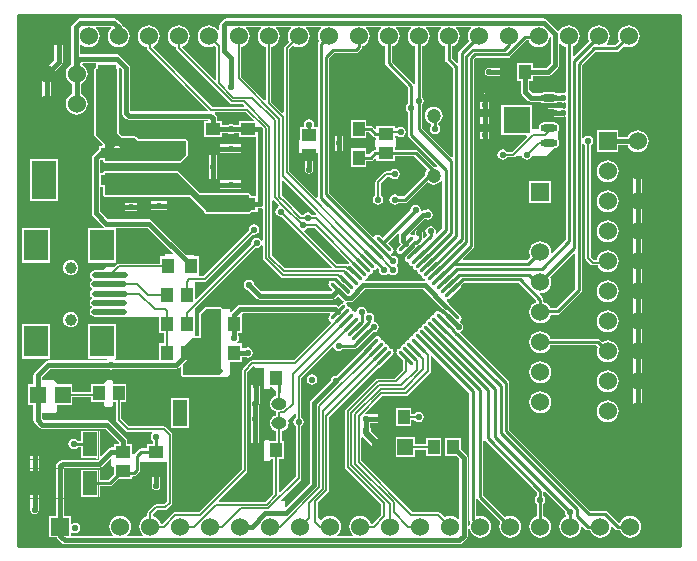
<source format=gtl>
G04*
G04 #@! TF.GenerationSoftware,Altium Limited,Altium Designer,20.0.2 (26)*
G04*
G04 Layer_Physical_Order=1*
G04 Layer_Color=255*
%FSLAX24Y24*%
%MOIN*%
G70*
G01*
G75*
%ADD12C,0.0100*%
%ADD16C,0.0010*%
%ADD17R,0.0394X0.0500*%
%ADD18R,0.0520X0.0560*%
G04:AMPARAMS|DCode=19|XSize=11.8mil|YSize=68.9mil|CornerRadius=0mil|HoleSize=0mil|Usage=FLASHONLY|Rotation=45.000|XOffset=0mil|YOffset=0mil|HoleType=Round|Shape=Round|*
%AMOVALD19*
21,1,0.0571,0.0118,0.0000,0.0000,135.0*
1,1,0.0118,0.0202,-0.0202*
1,1,0.0118,-0.0202,0.0202*
%
%ADD19OVALD19*%

G04:AMPARAMS|DCode=20|XSize=11.8mil|YSize=68.9mil|CornerRadius=0mil|HoleSize=0mil|Usage=FLASHONLY|Rotation=135.000|XOffset=0mil|YOffset=0mil|HoleType=Round|Shape=Round|*
%AMOVALD20*
21,1,0.0571,0.0118,0.0000,0.0000,225.0*
1,1,0.0118,0.0202,0.0202*
1,1,0.0118,-0.0202,-0.0202*
%
%ADD20OVALD20*%

%ADD21R,0.0500X0.0394*%
%ADD22R,0.0512X0.0787*%
%ADD23R,0.0472X0.0866*%
%ADD24R,0.0449X0.0500*%
%ADD25O,0.1181X0.0197*%
%ADD26R,0.0827X0.1024*%
%ADD27O,0.1181X0.0197*%
%ADD28R,0.0902X0.0902*%
%ADD29O,0.0571X0.0236*%
%ADD30R,0.0500X0.0449*%
%ADD31R,0.0827X0.1299*%
%ADD32R,0.0827X0.0354*%
%ADD56C,0.0200*%
%ADD57C,0.0150*%
%ADD58C,0.0060*%
%ADD59O,0.0512X0.0394*%
%ADD60C,0.0394*%
%ADD61C,0.0600*%
%ADD62R,0.0600X0.0600*%
%ADD63R,0.0600X0.0600*%
%ADD64C,0.0472*%
%ADD65C,0.0197*%
%ADD66C,0.0220*%
G36*
X22050Y0D02*
X0D01*
Y17700D01*
X22050D01*
Y0D01*
D02*
G37*
%LPC*%
G36*
X2050Y17588D02*
X1997Y17577D01*
X1953Y17547D01*
X1818Y17412D01*
X1788Y17368D01*
X1777Y17315D01*
Y16068D01*
X1768Y16064D01*
X1693Y16007D01*
X1635Y15932D01*
X1599Y15844D01*
X1586Y15750D01*
X1599Y15656D01*
X1635Y15568D01*
X1693Y15493D01*
X1768Y15436D01*
X1812Y15417D01*
Y15083D01*
X1768Y15064D01*
X1693Y15007D01*
X1635Y14932D01*
X1599Y14844D01*
X1586Y14750D01*
X1599Y14656D01*
X1635Y14568D01*
X1693Y14493D01*
X1768Y14436D01*
X1856Y14399D01*
X1950Y14387D01*
X2044Y14399D01*
X2131Y14436D01*
X2206Y14493D01*
X2264Y14568D01*
X2300Y14656D01*
X2313Y14750D01*
X2300Y14844D01*
X2264Y14932D01*
X2206Y15007D01*
X2131Y15064D01*
X2087Y15083D01*
Y15417D01*
X2131Y15436D01*
X2206Y15493D01*
X2264Y15568D01*
X2300Y15656D01*
X2313Y15750D01*
X2300Y15844D01*
X2264Y15932D01*
X2206Y16007D01*
X2134Y16062D01*
X2134Y16068D01*
X2156Y16112D01*
X2541D01*
X2590Y16110D01*
Y15961D01*
X2554Y15946D01*
X2535Y15900D01*
Y13700D01*
X2554Y13654D01*
X2815Y13393D01*
X2795Y13343D01*
X2702D01*
Y13232D01*
X2658Y13203D01*
X2503Y13047D01*
X2473Y13003D01*
X2462Y12950D01*
Y11088D01*
X2473Y11035D01*
X2503Y10991D01*
X2841Y10653D01*
X2841Y10653D01*
X2848Y10648D01*
X2832Y10598D01*
X2325D01*
Y9454D01*
X3272D01*
Y10562D01*
X3272Y10598D01*
X3316Y10612D01*
X4319D01*
X5147Y9784D01*
X5127Y9738D01*
X4900Y9750D01*
Y9660D01*
X4718D01*
Y9416D01*
X3347D01*
X3312Y9409D01*
X3282Y9389D01*
X3193Y9300D01*
X2950D01*
X2838Y9188D01*
X2557D01*
X2495Y9175D01*
X2442Y9140D01*
X2407Y9088D01*
X2395Y9026D01*
X2407Y8964D01*
X2442Y8912D01*
X2453Y8905D01*
Y8845D01*
X2439Y8835D01*
X2404Y8783D01*
X2391Y8721D01*
X2404Y8659D01*
X2439Y8607D01*
X2453Y8597D01*
Y8537D01*
X2442Y8530D01*
X2407Y8478D01*
X2395Y8416D01*
X2407Y8354D01*
X2442Y8302D01*
X2453Y8295D01*
Y8235D01*
X2439Y8225D01*
X2404Y8173D01*
X2391Y8111D01*
X2404Y8049D01*
X2439Y7997D01*
X2447Y7991D01*
Y7931D01*
X2439Y7925D01*
X2404Y7873D01*
X2391Y7811D01*
X2404Y7749D01*
X2439Y7697D01*
X2491Y7662D01*
X2553Y7650D01*
X3537D01*
X3548Y7652D01*
X3550Y7650D01*
Y7650D01*
X4710D01*
Y7105D01*
X4876D01*
Y6760D01*
X4710D01*
Y6188D01*
X3219D01*
X3202Y6204D01*
X3223Y6254D01*
X3272D01*
Y7398D01*
X2325D01*
Y6254D01*
X2977D01*
X2998Y6204D01*
X2981Y6188D01*
X1004D01*
X951Y6177D01*
X907Y6147D01*
X553Y5793D01*
X523Y5749D01*
X512Y5696D01*
Y5390D01*
X330D01*
Y4710D01*
X512D01*
Y4200D01*
X523Y4147D01*
X553Y4103D01*
X703Y3953D01*
X747Y3923D01*
X800Y3912D01*
X2905D01*
X3361Y3457D01*
X3358Y3407D01*
X3190D01*
Y3288D01*
X3100D01*
X3047Y3277D01*
X3003Y3247D01*
X3003Y3247D01*
X2762Y3007D01*
X2716Y3026D01*
Y3854D01*
X2084D01*
Y3512D01*
X1980D01*
X1973Y3523D01*
X1916Y3560D01*
X1850Y3573D01*
X1784Y3560D01*
X1727Y3523D01*
X1690Y3466D01*
X1677Y3400D01*
X1690Y3334D01*
X1727Y3277D01*
X1784Y3240D01*
X1850Y3227D01*
X1916Y3240D01*
X1973Y3277D01*
X1980Y3288D01*
X2084D01*
Y2946D01*
X2586D01*
X2612Y2896D01*
X2606Y2888D01*
X1488D01*
X1435Y2877D01*
X1391Y2847D01*
X1303Y2759D01*
X1273Y2715D01*
X1262Y2662D01*
Y1010D01*
X1040D01*
Y290D01*
X1280D01*
X1303Y256D01*
X1456Y103D01*
X1501Y73D01*
X1554Y62D01*
X14700D01*
X14753Y73D01*
X14797Y103D01*
X14947Y253D01*
X14977Y297D01*
X14988Y350D01*
Y609D01*
X14991Y613D01*
X15015Y611D01*
X15044Y596D01*
X15049Y556D01*
X15086Y468D01*
X15143Y393D01*
X15218Y336D01*
X15306Y299D01*
X15400Y287D01*
X15494Y299D01*
X15582Y336D01*
X15657Y393D01*
X15714Y468D01*
X15751Y556D01*
X15763Y650D01*
X15751Y744D01*
X15714Y832D01*
X15657Y907D01*
X15582Y964D01*
X15494Y1001D01*
X15400Y1013D01*
X15312Y1002D01*
X15293Y1007D01*
X15262Y1028D01*
Y1568D01*
X15312Y1583D01*
X15321Y1571D01*
X16078Y813D01*
X16049Y744D01*
X16037Y650D01*
X16049Y556D01*
X16086Y468D01*
X16143Y393D01*
X16218Y336D01*
X16306Y299D01*
X16400Y287D01*
X16494Y299D01*
X16582Y336D01*
X16657Y393D01*
X16714Y468D01*
X16751Y556D01*
X16763Y650D01*
X16751Y744D01*
X16714Y832D01*
X16657Y907D01*
X16582Y964D01*
X16494Y1001D01*
X16400Y1013D01*
X16306Y1001D01*
X16237Y972D01*
X15512Y1696D01*
Y3518D01*
X15562Y3533D01*
X15571Y3521D01*
X17288Y1804D01*
Y1680D01*
X17277Y1673D01*
X17240Y1616D01*
X17227Y1550D01*
X17240Y1484D01*
X17277Y1427D01*
X17288Y1420D01*
Y993D01*
X17218Y964D01*
X17143Y907D01*
X17086Y832D01*
X17049Y744D01*
X17037Y650D01*
X17049Y556D01*
X17086Y468D01*
X17143Y393D01*
X17218Y336D01*
X17306Y299D01*
X17400Y287D01*
X17494Y299D01*
X17582Y336D01*
X17657Y393D01*
X17714Y468D01*
X17751Y556D01*
X17763Y650D01*
X17751Y744D01*
X17714Y832D01*
X17657Y907D01*
X17582Y964D01*
X17512Y993D01*
Y1420D01*
X17523Y1427D01*
X17560Y1484D01*
X17573Y1550D01*
X17560Y1616D01*
X17523Y1673D01*
X17512Y1680D01*
Y1809D01*
X17562Y1829D01*
X18229Y1162D01*
X18227Y1150D01*
X18240Y1084D01*
X18269Y1039D01*
X18263Y994D01*
X18257Y981D01*
X18218Y964D01*
X18143Y907D01*
X18086Y832D01*
X18049Y744D01*
X18037Y650D01*
X18049Y556D01*
X18086Y468D01*
X18143Y393D01*
X18218Y336D01*
X18306Y299D01*
X18400Y287D01*
X18494Y299D01*
X18582Y336D01*
X18657Y393D01*
X18714Y468D01*
X18751Y556D01*
X18762Y639D01*
X18807Y664D01*
X18901Y571D01*
X18901Y571D01*
X18937Y546D01*
X18980Y538D01*
X19057D01*
X19086Y468D01*
X19143Y393D01*
X19218Y336D01*
X19306Y299D01*
X19400Y287D01*
X19494Y299D01*
X19582Y336D01*
X19657Y393D01*
X19714Y468D01*
X19751Y556D01*
X19762Y639D01*
X19807Y664D01*
X19901Y571D01*
X19901Y571D01*
X19937Y546D01*
X19980Y538D01*
X19980Y538D01*
X20057D01*
X20086Y468D01*
X20143Y393D01*
X20218Y336D01*
X20306Y299D01*
X20400Y287D01*
X20494Y299D01*
X20582Y336D01*
X20657Y393D01*
X20714Y468D01*
X20751Y556D01*
X20763Y650D01*
X20751Y744D01*
X20714Y832D01*
X20657Y907D01*
X20582Y964D01*
X20494Y1001D01*
X20400Y1013D01*
X20306Y1001D01*
X20218Y964D01*
X20143Y907D01*
X20086Y832D01*
X20067Y786D01*
X20011Y778D01*
X19649Y1139D01*
X19613Y1164D01*
X19570Y1172D01*
X19570Y1172D01*
X19074D01*
X16372Y3874D01*
Y5446D01*
X16364Y5488D01*
X16339Y5525D01*
X16339Y5525D01*
X14744Y7120D01*
X14751Y7161D01*
X14758Y7177D01*
X14797Y7203D01*
X14827Y7247D01*
X14838Y7300D01*
X14827Y7353D01*
X14797Y7397D01*
X14761Y7422D01*
X14739Y7443D01*
X14746Y7507D01*
X14751Y7511D01*
X14778Y7550D01*
X14787Y7597D01*
X14778Y7643D01*
X14751Y7683D01*
X14399Y8035D01*
X14398Y8040D01*
X14368Y8085D01*
X14286Y8167D01*
X14302Y8221D01*
X14308Y8222D01*
X14348Y8249D01*
X14751Y8652D01*
X14778Y8692D01*
X14864Y8778D01*
X16684D01*
X17272Y8189D01*
X17264Y8133D01*
X17218Y8114D01*
X17143Y8057D01*
X17086Y7982D01*
X17049Y7894D01*
X17037Y7800D01*
X17049Y7706D01*
X17086Y7618D01*
X17143Y7543D01*
X17218Y7486D01*
X17306Y7449D01*
X17400Y7437D01*
X17494Y7449D01*
X17582Y7486D01*
X17657Y7543D01*
X17714Y7618D01*
X17751Y7706D01*
X17752Y7718D01*
X17980D01*
X17980Y7718D01*
X18023Y7726D01*
X18059Y7751D01*
X18769Y8461D01*
X18769Y8461D01*
X18794Y8497D01*
X18802Y8540D01*
Y13400D01*
X18852Y13415D01*
X18877Y13377D01*
X18908Y13357D01*
Y9600D01*
X18915Y9565D01*
X18935Y9535D01*
X19085Y9385D01*
X19115Y9365D01*
X19150Y9358D01*
X19319D01*
X19336Y9318D01*
X19393Y9243D01*
X19468Y9186D01*
X19556Y9149D01*
X19650Y9137D01*
X19744Y9149D01*
X19832Y9186D01*
X19907Y9243D01*
X19964Y9318D01*
X20001Y9406D01*
X20013Y9500D01*
X20001Y9594D01*
X19964Y9682D01*
X19907Y9757D01*
X19832Y9814D01*
X19744Y9851D01*
X19650Y9863D01*
X19556Y9851D01*
X19468Y9814D01*
X19393Y9757D01*
X19336Y9682D01*
X19299Y9594D01*
X19292Y9542D01*
X19188D01*
X19092Y9638D01*
Y13357D01*
X19123Y13377D01*
X19160Y13434D01*
X19173Y13500D01*
X19160Y13566D01*
X19123Y13623D01*
X19066Y13660D01*
X19000Y13673D01*
X18934Y13660D01*
X18877Y13623D01*
X18852Y13585D01*
X18802Y13600D01*
Y16034D01*
X19246Y16478D01*
X19940D01*
X19940Y16478D01*
X19983Y16486D01*
X20019Y16511D01*
X20187Y16678D01*
X20256Y16649D01*
X20350Y16637D01*
X20444Y16649D01*
X20532Y16686D01*
X20607Y16743D01*
X20664Y16818D01*
X20701Y16906D01*
X20713Y17000D01*
X20701Y17094D01*
X20664Y17182D01*
X20607Y17257D01*
X20532Y17314D01*
X20444Y17351D01*
X20350Y17363D01*
X20256Y17351D01*
X20168Y17314D01*
X20093Y17257D01*
X20036Y17182D01*
X19999Y17094D01*
X19987Y17000D01*
X19999Y16906D01*
X20028Y16837D01*
X19894Y16702D01*
X19628D01*
X19614Y16752D01*
X19664Y16818D01*
X19701Y16906D01*
X19713Y17000D01*
X19701Y17094D01*
X19664Y17182D01*
X19607Y17257D01*
X19532Y17314D01*
X19444Y17351D01*
X19350Y17363D01*
X19256Y17351D01*
X19168Y17314D01*
X19093Y17257D01*
X19036Y17182D01*
X18999Y17094D01*
X18987Y17000D01*
X18999Y16906D01*
X19028Y16837D01*
X18528Y16337D01*
X18482Y16356D01*
Y16665D01*
X18532Y16686D01*
X18607Y16743D01*
X18664Y16818D01*
X18701Y16906D01*
X18713Y17000D01*
X18701Y17094D01*
X18664Y17182D01*
X18607Y17257D01*
X18532Y17314D01*
X18444Y17351D01*
X18350Y17363D01*
X18256Y17351D01*
X18168Y17314D01*
X18093Y17257D01*
X18040Y17188D01*
X18033Y17184D01*
X18023Y17181D01*
X17981Y17179D01*
X17613Y17547D01*
X17568Y17577D01*
X17515Y17588D01*
X6938D01*
X6885Y17577D01*
X6841Y17547D01*
X6753Y17459D01*
X6723Y17415D01*
X6712Y17362D01*
Y17207D01*
X6668Y17184D01*
X6662Y17184D01*
X6607Y17257D01*
X6532Y17314D01*
X6444Y17351D01*
X6350Y17363D01*
X6256Y17351D01*
X6168Y17314D01*
X6093Y17257D01*
X6036Y17182D01*
X5999Y17094D01*
X5987Y17000D01*
X5999Y16906D01*
X6036Y16818D01*
X6093Y16743D01*
X6168Y16686D01*
X6256Y16649D01*
X6350Y16637D01*
X6444Y16649D01*
X6532Y16686D01*
X6533Y16687D01*
X6593Y16627D01*
Y15549D01*
X6547Y15530D01*
X5471Y16606D01*
X5483Y16665D01*
X5532Y16686D01*
X5607Y16743D01*
X5664Y16818D01*
X5701Y16906D01*
X5713Y17000D01*
X5701Y17094D01*
X5664Y17182D01*
X5607Y17257D01*
X5532Y17314D01*
X5444Y17351D01*
X5350Y17363D01*
X5256Y17351D01*
X5168Y17314D01*
X5093Y17257D01*
X5036Y17182D01*
X4999Y17094D01*
X4987Y17000D01*
X4999Y16906D01*
X5036Y16818D01*
X5093Y16743D01*
X5168Y16686D01*
X5256Y16649D01*
X5258Y16649D01*
Y16597D01*
X5265Y16562D01*
X5285Y16533D01*
X7053Y14765D01*
X7082Y14745D01*
X7117Y14738D01*
X7485D01*
X7535Y14688D01*
X7516Y14642D01*
X6483D01*
X4505Y16620D01*
X4516Y16679D01*
X4532Y16686D01*
X4607Y16743D01*
X4664Y16818D01*
X4701Y16906D01*
X4713Y17000D01*
X4701Y17094D01*
X4664Y17182D01*
X4607Y17257D01*
X4532Y17314D01*
X4444Y17351D01*
X4350Y17363D01*
X4256Y17351D01*
X4168Y17314D01*
X4093Y17257D01*
X4036Y17182D01*
X3999Y17094D01*
X3987Y17000D01*
X3999Y16906D01*
X4036Y16818D01*
X4093Y16743D01*
X4168Y16686D01*
X4256Y16649D01*
X4298Y16644D01*
Y16605D01*
X4305Y16570D01*
X4325Y16541D01*
X6332Y14534D01*
X6313Y14488D01*
X3757D01*
X3738Y14507D01*
Y15950D01*
X3727Y16003D01*
X3697Y16047D01*
X3397Y16347D01*
X3353Y16377D01*
X3300Y16388D01*
X2053D01*
Y16721D01*
X2103Y16736D01*
X2168Y16686D01*
X2256Y16649D01*
X2350Y16637D01*
X2444Y16649D01*
X2532Y16686D01*
X2607Y16743D01*
X2664Y16818D01*
X2701Y16906D01*
X2713Y17000D01*
X2701Y17094D01*
X2664Y17182D01*
X2607Y17257D01*
X2596Y17265D01*
X2612Y17312D01*
X3084D01*
X3101Y17262D01*
X3093Y17257D01*
X3036Y17182D01*
X2999Y17094D01*
X2987Y17000D01*
X2999Y16906D01*
X3036Y16818D01*
X3093Y16743D01*
X3168Y16686D01*
X3256Y16649D01*
X3350Y16637D01*
X3444Y16649D01*
X3532Y16686D01*
X3607Y16743D01*
X3664Y16818D01*
X3701Y16906D01*
X3713Y17000D01*
X3701Y17094D01*
X3664Y17182D01*
X3607Y17257D01*
X3532Y17314D01*
X3481Y17336D01*
X3477Y17353D01*
X3447Y17397D01*
X3297Y17547D01*
X3253Y17577D01*
X3200Y17588D01*
X2050D01*
X2050Y17588D01*
D02*
G37*
G36*
X1350Y17138D02*
X1297Y17127D01*
X1253Y17097D01*
X1223Y17053D01*
X1212Y17000D01*
Y16207D01*
X852Y15847D01*
X822Y15803D01*
X812Y15750D01*
Y14750D01*
X822Y14697D01*
X852Y14653D01*
X897Y14623D01*
X950Y14612D01*
X1002Y14623D01*
X1047Y14653D01*
X1077Y14697D01*
X1087Y14750D01*
Y15693D01*
X1447Y16053D01*
X1447Y16053D01*
X1477Y16098D01*
X1488Y16150D01*
X1488Y16150D01*
Y17000D01*
X1477Y17053D01*
X1447Y17097D01*
X1403Y17127D01*
X1350Y17138D01*
D02*
G37*
G36*
X20650Y13863D02*
X20556Y13851D01*
X20468Y13814D01*
X20393Y13757D01*
X20336Y13682D01*
X20317Y13638D01*
X20010D01*
Y13860D01*
X19290D01*
Y13140D01*
X20010D01*
Y13362D01*
X20317D01*
X20336Y13318D01*
X20393Y13243D01*
X20468Y13186D01*
X20556Y13149D01*
X20650Y13137D01*
X20744Y13149D01*
X20832Y13186D01*
X20907Y13243D01*
X20964Y13318D01*
X21001Y13406D01*
X21013Y13500D01*
X21001Y13594D01*
X20964Y13682D01*
X20907Y13757D01*
X20832Y13814D01*
X20744Y13851D01*
X20650Y13863D01*
D02*
G37*
G36*
X19650Y12863D02*
X19556Y12851D01*
X19468Y12814D01*
X19393Y12757D01*
X19336Y12682D01*
X19299Y12594D01*
X19287Y12500D01*
X19299Y12406D01*
X19336Y12318D01*
X19393Y12243D01*
X19468Y12186D01*
X19556Y12149D01*
X19650Y12137D01*
X19744Y12149D01*
X19832Y12186D01*
X19907Y12243D01*
X19964Y12318D01*
X20001Y12406D01*
X20013Y12500D01*
X20001Y12594D01*
X19964Y12682D01*
X19907Y12757D01*
X19832Y12814D01*
X19744Y12851D01*
X19650Y12863D01*
D02*
G37*
G36*
X1326Y12910D02*
X380D01*
Y11490D01*
X1326D01*
Y12910D01*
D02*
G37*
G36*
X19650Y11863D02*
X19556Y11851D01*
X19468Y11814D01*
X19393Y11757D01*
X19336Y11682D01*
X19299Y11594D01*
X19287Y11500D01*
X19299Y11406D01*
X19336Y11318D01*
X19393Y11243D01*
X19468Y11186D01*
X19556Y11149D01*
X19650Y11137D01*
X19744Y11149D01*
X19832Y11186D01*
X19907Y11243D01*
X19964Y11318D01*
X20001Y11406D01*
X20013Y11500D01*
X20001Y11594D01*
X19964Y11682D01*
X19907Y11757D01*
X19832Y11814D01*
X19744Y11851D01*
X19650Y11863D01*
D02*
G37*
G36*
Y10863D02*
X19556Y10851D01*
X19468Y10814D01*
X19393Y10757D01*
X19336Y10682D01*
X19299Y10594D01*
X19287Y10500D01*
X19299Y10406D01*
X19336Y10318D01*
X19393Y10243D01*
X19468Y10186D01*
X19556Y10149D01*
X19650Y10137D01*
X19744Y10149D01*
X19832Y10186D01*
X19907Y10243D01*
X19964Y10318D01*
X20001Y10406D01*
X20013Y10500D01*
X20001Y10594D01*
X19964Y10682D01*
X19907Y10757D01*
X19832Y10814D01*
X19744Y10851D01*
X19650Y10863D01*
D02*
G37*
G36*
X1072Y10598D02*
X125D01*
Y9454D01*
X1072D01*
Y10598D01*
D02*
G37*
G36*
X1750Y9541D02*
X1683Y9533D01*
X1620Y9507D01*
X1567Y9465D01*
X1526Y9412D01*
X1500Y9349D01*
X1491Y9282D01*
X1500Y9215D01*
X1526Y9153D01*
X1567Y9099D01*
X1620Y9058D01*
X1683Y9032D01*
X1750Y9023D01*
X1817Y9032D01*
X1880Y9058D01*
X1933Y9099D01*
X1974Y9153D01*
X2000Y9215D01*
X2009Y9282D01*
X2000Y9349D01*
X1974Y9412D01*
X1933Y9465D01*
X1880Y9507D01*
X1817Y9533D01*
X1750Y9541D01*
D02*
G37*
G36*
X19650Y8863D02*
X19556Y8851D01*
X19468Y8814D01*
X19393Y8757D01*
X19336Y8682D01*
X19299Y8594D01*
X19287Y8500D01*
X19299Y8406D01*
X19336Y8318D01*
X19393Y8243D01*
X19468Y8186D01*
X19556Y8149D01*
X19650Y8137D01*
X19744Y8149D01*
X19832Y8186D01*
X19907Y8243D01*
X19964Y8318D01*
X20001Y8406D01*
X20013Y8500D01*
X20001Y8594D01*
X19964Y8682D01*
X19907Y8757D01*
X19832Y8814D01*
X19744Y8851D01*
X19650Y8863D01*
D02*
G37*
G36*
X1750Y7809D02*
X1683Y7800D01*
X1620Y7774D01*
X1567Y7733D01*
X1526Y7680D01*
X1500Y7617D01*
X1491Y7550D01*
X1500Y7483D01*
X1526Y7420D01*
X1567Y7367D01*
X1620Y7326D01*
X1683Y7300D01*
X1750Y7291D01*
X1817Y7300D01*
X1880Y7326D01*
X1933Y7367D01*
X1974Y7420D01*
X2000Y7483D01*
X2009Y7550D01*
X2000Y7617D01*
X1974Y7680D01*
X1933Y7733D01*
X1880Y7774D01*
X1817Y7800D01*
X1750Y7809D01*
D02*
G37*
G36*
X19650Y7863D02*
X19556Y7851D01*
X19468Y7814D01*
X19393Y7757D01*
X19336Y7682D01*
X19299Y7594D01*
X19287Y7500D01*
X19299Y7406D01*
X19336Y7318D01*
X19393Y7243D01*
X19468Y7186D01*
X19556Y7149D01*
X19650Y7137D01*
X19744Y7149D01*
X19832Y7186D01*
X19907Y7243D01*
X19964Y7318D01*
X20001Y7406D01*
X20013Y7500D01*
X20001Y7594D01*
X19964Y7682D01*
X19907Y7757D01*
X19832Y7814D01*
X19744Y7851D01*
X19650Y7863D01*
D02*
G37*
G36*
X1072Y7398D02*
X125D01*
Y6254D01*
X1072D01*
Y7398D01*
D02*
G37*
G36*
X17400Y7163D02*
X17306Y7151D01*
X17218Y7114D01*
X17143Y7057D01*
X17086Y6982D01*
X17049Y6894D01*
X17037Y6800D01*
X17049Y6706D01*
X17086Y6618D01*
X17143Y6543D01*
X17218Y6486D01*
X17306Y6449D01*
X17400Y6437D01*
X17494Y6449D01*
X17582Y6486D01*
X17657Y6543D01*
X17714Y6618D01*
X17743Y6688D01*
X19267D01*
X19317Y6638D01*
X19299Y6594D01*
X19287Y6500D01*
X19299Y6406D01*
X19336Y6318D01*
X19393Y6243D01*
X19468Y6186D01*
X19556Y6149D01*
X19650Y6137D01*
X19744Y6149D01*
X19832Y6186D01*
X19907Y6243D01*
X19964Y6318D01*
X20001Y6406D01*
X20013Y6500D01*
X20001Y6594D01*
X19964Y6682D01*
X19907Y6757D01*
X19832Y6814D01*
X19744Y6851D01*
X19650Y6863D01*
X19556Y6851D01*
X19468Y6814D01*
X19462Y6810D01*
X19393Y6879D01*
X19357Y6904D01*
X19314Y6912D01*
X19314Y6912D01*
X17743D01*
X17714Y6982D01*
X17657Y7057D01*
X17582Y7114D01*
X17494Y7151D01*
X17400Y7163D01*
D02*
G37*
G36*
Y6163D02*
X17306Y6151D01*
X17218Y6114D01*
X17143Y6057D01*
X17086Y5982D01*
X17049Y5894D01*
X17037Y5800D01*
X17049Y5706D01*
X17086Y5618D01*
X17143Y5543D01*
X17218Y5486D01*
X17306Y5449D01*
X17400Y5437D01*
X17494Y5449D01*
X17582Y5486D01*
X17657Y5543D01*
X17714Y5618D01*
X17751Y5706D01*
X17763Y5800D01*
X17751Y5894D01*
X17714Y5982D01*
X17657Y6057D01*
X17582Y6114D01*
X17494Y6151D01*
X17400Y6163D01*
D02*
G37*
G36*
X19650Y5863D02*
X19556Y5851D01*
X19468Y5814D01*
X19393Y5757D01*
X19336Y5682D01*
X19299Y5594D01*
X19287Y5500D01*
X19299Y5406D01*
X19336Y5318D01*
X19393Y5243D01*
X19468Y5186D01*
X19556Y5149D01*
X19650Y5137D01*
X19744Y5149D01*
X19832Y5186D01*
X19907Y5243D01*
X19964Y5318D01*
X20001Y5406D01*
X20013Y5500D01*
X20001Y5594D01*
X19964Y5682D01*
X19907Y5757D01*
X19832Y5814D01*
X19744Y5851D01*
X19650Y5863D01*
D02*
G37*
G36*
X17400Y5163D02*
X17306Y5151D01*
X17218Y5114D01*
X17143Y5057D01*
X17086Y4982D01*
X17049Y4894D01*
X17037Y4800D01*
X17049Y4706D01*
X17086Y4618D01*
X17143Y4543D01*
X17218Y4486D01*
X17306Y4449D01*
X17400Y4437D01*
X17494Y4449D01*
X17582Y4486D01*
X17657Y4543D01*
X17714Y4618D01*
X17751Y4706D01*
X17763Y4800D01*
X17751Y4894D01*
X17714Y4982D01*
X17657Y5057D01*
X17582Y5114D01*
X17494Y5151D01*
X17400Y5163D01*
D02*
G37*
G36*
X20650Y12638D02*
X20597Y12627D01*
X20553Y12597D01*
X20523Y12553D01*
X20512Y12500D01*
Y11500D01*
Y10500D01*
Y9500D01*
Y8500D01*
Y7500D01*
Y6500D01*
Y5500D01*
Y4500D01*
X20523Y4447D01*
X20553Y4403D01*
X20597Y4373D01*
X20650Y4362D01*
X20703Y4373D01*
X20747Y4403D01*
X20777Y4447D01*
X20788Y4500D01*
Y5500D01*
Y6500D01*
Y7500D01*
Y8500D01*
Y9500D01*
Y10500D01*
Y11500D01*
Y12500D01*
X20777Y12553D01*
X20747Y12597D01*
X20703Y12627D01*
X20650Y12638D01*
D02*
G37*
G36*
X19650Y4863D02*
X19556Y4851D01*
X19468Y4814D01*
X19393Y4757D01*
X19336Y4682D01*
X19299Y4594D01*
X19287Y4500D01*
X19299Y4406D01*
X19336Y4318D01*
X19393Y4243D01*
X19468Y4186D01*
X19556Y4149D01*
X19650Y4137D01*
X19744Y4149D01*
X19832Y4186D01*
X19907Y4243D01*
X19964Y4318D01*
X20001Y4406D01*
X20013Y4500D01*
X20001Y4594D01*
X19964Y4682D01*
X19907Y4757D01*
X19832Y4814D01*
X19744Y4851D01*
X19650Y4863D01*
D02*
G37*
G36*
X550Y3538D02*
X497Y3527D01*
X452Y3497D01*
X422Y3453D01*
X412Y3400D01*
Y2100D01*
X412Y2098D01*
Y1200D01*
X423Y1147D01*
X453Y1103D01*
X497Y1073D01*
X550Y1062D01*
X603Y1073D01*
X647Y1103D01*
X677Y1147D01*
X688Y1200D01*
Y2100D01*
X688Y2100D01*
X687Y2102D01*
Y3400D01*
X677Y3453D01*
X647Y3497D01*
X602Y3527D01*
X550Y3538D01*
D02*
G37*
%LPD*%
G36*
X17762Y16971D02*
Y16107D01*
X17593Y15938D01*
X17157D01*
Y16110D01*
X16643D01*
Y15490D01*
X16762D01*
Y15150D01*
X16773Y15097D01*
X16803Y15053D01*
X17003Y14853D01*
X17047Y14823D01*
X17100Y14812D01*
X17100Y14812D01*
X17414D01*
X17459Y14782D01*
X17528Y14768D01*
X17863D01*
X17932Y14782D01*
X17978Y14812D01*
X18050D01*
X18084Y14790D01*
X18150Y14777D01*
X18208Y14788D01*
X18258Y14762D01*
Y14600D01*
X18208Y14574D01*
X18203Y14577D01*
X18150Y14588D01*
X17696D01*
X17643Y14577D01*
X17598Y14547D01*
X17569Y14503D01*
X17558Y14450D01*
X17569Y14397D01*
X17598Y14353D01*
X17643Y14323D01*
X17696Y14312D01*
X18150D01*
X18203Y14323D01*
X18208Y14326D01*
X18258Y14300D01*
Y10216D01*
X17806Y9765D01*
X17761Y9787D01*
X17763Y9800D01*
X17751Y9894D01*
X17714Y9982D01*
X17657Y10057D01*
X17582Y10114D01*
X17494Y10151D01*
X17400Y10163D01*
X17306Y10151D01*
X17218Y10114D01*
X17143Y10057D01*
X17086Y9982D01*
X17049Y9894D01*
X17037Y9800D01*
X17049Y9706D01*
X17078Y9637D01*
X16964Y9522D01*
X14838D01*
X14819Y9568D01*
X15179Y9929D01*
X15179Y9929D01*
X15204Y9965D01*
X15212Y10008D01*
X15212Y10008D01*
Y16227D01*
X15263Y16278D01*
X16320D01*
X16320Y16278D01*
X16363Y16286D01*
X16399Y16311D01*
X16946Y16858D01*
X17019D01*
X17036Y16818D01*
X17093Y16743D01*
X17168Y16686D01*
X17256Y16649D01*
X17350Y16637D01*
X17444Y16649D01*
X17532Y16686D01*
X17607Y16743D01*
X17664Y16818D01*
X17701Y16906D01*
X17705Y16938D01*
X17760Y16972D01*
X17762Y16971D01*
D02*
G37*
G36*
X10104Y17265D02*
X10093Y17257D01*
X10036Y17182D01*
X9999Y17094D01*
X9987Y17000D01*
X9999Y16906D01*
X10028Y16837D01*
X10021Y16829D01*
X9996Y16793D01*
X9988Y16750D01*
X9988Y16750D01*
Y13957D01*
X9898D01*
X9865Y14007D01*
X9873Y14050D01*
X9860Y14116D01*
X9823Y14173D01*
X9766Y14210D01*
X9700Y14223D01*
X9634Y14210D01*
X9577Y14173D01*
X9540Y14116D01*
X9527Y14050D01*
X9535Y14007D01*
X9502Y13957D01*
X9390D01*
Y13550D01*
X9350D01*
Y13150D01*
X9400Y13100D01*
X9533D01*
X9565Y13061D01*
X9562Y13050D01*
Y12550D01*
X9573Y12497D01*
X9603Y12453D01*
X9647Y12423D01*
X9700Y12412D01*
X9753Y12423D01*
X9797Y12453D01*
X9827Y12497D01*
X9838Y12550D01*
Y13050D01*
X9835Y13061D01*
X9867Y13100D01*
X9988D01*
Y11640D01*
X9938Y11619D01*
X9042Y12515D01*
Y16562D01*
X9167Y16687D01*
X9168Y16686D01*
X9256Y16649D01*
X9350Y16637D01*
X9444Y16649D01*
X9532Y16686D01*
X9607Y16743D01*
X9664Y16818D01*
X9701Y16906D01*
X9713Y17000D01*
X9701Y17094D01*
X9664Y17182D01*
X9607Y17257D01*
X9596Y17265D01*
X9612Y17312D01*
X10088D01*
X10104Y17265D01*
D02*
G37*
G36*
X12104D02*
X12093Y17257D01*
X12036Y17182D01*
X11999Y17094D01*
X11987Y17000D01*
X11999Y16906D01*
X12036Y16818D01*
X12093Y16743D01*
X12168Y16686D01*
X12238Y16657D01*
Y16100D01*
X12238Y16100D01*
X12246Y16057D01*
X12271Y16021D01*
X12988Y15304D01*
Y14730D01*
X12977Y14723D01*
X12940Y14666D01*
X12927Y14600D01*
X12940Y14534D01*
X12977Y14477D01*
X12988Y14470D01*
Y13700D01*
X12988Y13700D01*
X12996Y13657D01*
X13021Y13621D01*
X13964Y12678D01*
X13935Y12635D01*
X13927Y12639D01*
X13861Y12647D01*
X13329Y13179D01*
X13293Y13204D01*
X13250Y13212D01*
X13250Y13212D01*
X12560D01*
Y13300D01*
X12600D01*
Y13600D01*
X12600Y13600D01*
X12560Y13617D01*
Y13670D01*
X12568Y13678D01*
X12627Y13677D01*
X12684Y13640D01*
X12750Y13627D01*
X12816Y13640D01*
X12873Y13677D01*
X12910Y13734D01*
X12923Y13800D01*
X12910Y13866D01*
X12873Y13923D01*
X12816Y13960D01*
X12750Y13973D01*
X12684Y13960D01*
X12627Y13923D01*
X12568Y13922D01*
X12560Y13930D01*
Y14007D01*
X11940D01*
Y13934D01*
X11894Y13915D01*
X11829Y13979D01*
X11793Y14004D01*
X11750Y14012D01*
X11750Y14012D01*
X11607D01*
Y14210D01*
X11093D01*
Y13590D01*
X11607D01*
Y13788D01*
X11704D01*
X11821Y13671D01*
X11857Y13646D01*
X11900Y13638D01*
X11940Y13609D01*
Y13550D01*
X11900D01*
Y13350D01*
X11940Y13310D01*
Y13241D01*
X11900Y13212D01*
X11857Y13204D01*
X11821Y13179D01*
X11704Y13062D01*
X11607D01*
Y13260D01*
X11093D01*
Y12640D01*
X11607D01*
Y12838D01*
X11750D01*
X11750Y12838D01*
X11793Y12846D01*
X11829Y12871D01*
X11894Y12935D01*
X11940Y12916D01*
Y12843D01*
X12560D01*
Y12988D01*
X13204D01*
X13635Y12556D01*
X13591Y12499D01*
X13561Y12427D01*
X13553Y12361D01*
X12854Y11662D01*
X12680D01*
X12673Y11673D01*
X12616Y11710D01*
X12550Y11723D01*
X12484Y11710D01*
X12427Y11673D01*
X12390Y11616D01*
X12377Y11550D01*
X12390Y11484D01*
X12427Y11427D01*
X12484Y11390D01*
X12550Y11377D01*
X12616Y11390D01*
X12673Y11427D01*
X12680Y11438D01*
X12900D01*
X12900Y11438D01*
X12943Y11446D01*
X12979Y11471D01*
X13644Y12135D01*
X13701Y12091D01*
X13773Y12061D01*
X13850Y12051D01*
X13927Y12061D01*
X13999Y12091D01*
X14061Y12139D01*
X14088Y12173D01*
X14138Y12156D01*
Y10596D01*
X13960Y10419D01*
X13914Y10444D01*
X13923Y10489D01*
X13910Y10556D01*
X13873Y10612D01*
X13816Y10649D01*
X13750Y10663D01*
X13684Y10649D01*
X13627Y10612D01*
X13590Y10556D01*
X13577Y10489D01*
X13590Y10423D01*
X13627Y10367D01*
X13628Y10365D01*
X13545Y10282D01*
X13495Y10302D01*
Y10417D01*
X13495Y10417D01*
X13486Y10460D01*
X13462Y10497D01*
X13462Y10497D01*
X13429Y10529D01*
X13393Y10554D01*
X13350Y10562D01*
X13307Y10554D01*
X13271Y10529D01*
X13246Y10493D01*
X13238Y10450D01*
X13246Y10407D01*
X13243Y10400D01*
X13181Y10382D01*
X13134Y10391D01*
X13099Y10384D01*
X13070Y10425D01*
X13070Y10425D01*
X13554Y10910D01*
X13584Y10890D01*
X13650Y10877D01*
X13716Y10890D01*
X13773Y10927D01*
X13810Y10984D01*
X13823Y11050D01*
X13810Y11116D01*
X13773Y11173D01*
X13716Y11210D01*
X13650Y11223D01*
X13584Y11210D01*
X13550Y11188D01*
X13500D01*
X13471Y11182D01*
X13460Y11186D01*
X13424Y11212D01*
X13420Y11219D01*
X13410Y11266D01*
X13373Y11323D01*
X13316Y11360D01*
X13250Y11373D01*
X13184Y11360D01*
X13127Y11323D01*
X13090Y11266D01*
X13077Y11200D01*
X13079Y11188D01*
X12163Y10271D01*
X12079Y10355D01*
X12039Y10382D01*
X11993Y10391D01*
X11946Y10382D01*
X11907Y10355D01*
X11887Y10326D01*
X11832Y10310D01*
X10372Y11770D01*
Y16264D01*
X10546Y16438D01*
X11250D01*
X11250Y16438D01*
X11293Y16446D01*
X11329Y16471D01*
X11429Y16571D01*
X11429Y16571D01*
X11454Y16607D01*
X11462Y16650D01*
Y16657D01*
X11532Y16686D01*
X11607Y16743D01*
X11664Y16818D01*
X11701Y16906D01*
X11713Y17000D01*
X11701Y17094D01*
X11664Y17182D01*
X11607Y17257D01*
X11596Y17265D01*
X11612Y17312D01*
X12088D01*
X12104Y17265D01*
D02*
G37*
G36*
X15104D02*
X15093Y17257D01*
X15036Y17182D01*
X14999Y17094D01*
X14987Y17000D01*
X14999Y16906D01*
X15028Y16837D01*
X14701Y16509D01*
X14676Y16473D01*
X14668Y16430D01*
X14668Y16430D01*
Y16132D01*
X14622Y16113D01*
X14462Y16273D01*
Y16657D01*
X14532Y16686D01*
X14607Y16743D01*
X14664Y16818D01*
X14701Y16906D01*
X14713Y17000D01*
X14701Y17094D01*
X14664Y17182D01*
X14607Y17257D01*
X14596Y17265D01*
X14612Y17312D01*
X15088D01*
X15104Y17265D01*
D02*
G37*
G36*
X13104D02*
X13093Y17257D01*
X13036Y17182D01*
X12999Y17094D01*
X12987Y17000D01*
X12999Y16906D01*
X13036Y16818D01*
X13093Y16743D01*
X13168Y16686D01*
X13238Y16657D01*
Y15432D01*
X13188Y15417D01*
X13179Y15429D01*
X13179Y15429D01*
X12462Y16146D01*
Y16657D01*
X12532Y16686D01*
X12607Y16743D01*
X12664Y16818D01*
X12701Y16906D01*
X12713Y17000D01*
X12701Y17094D01*
X12664Y17182D01*
X12607Y17257D01*
X12596Y17265D01*
X12612Y17312D01*
X13088D01*
X13104Y17265D01*
D02*
G37*
G36*
X18093Y16743D02*
X18168Y16686D01*
X18256Y16649D01*
X18258Y16649D01*
Y15138D01*
X18208Y15112D01*
X18150Y15123D01*
X18084Y15110D01*
X18050Y15088D01*
X17978D01*
X17932Y15118D01*
X17863Y15132D01*
X17528D01*
X17459Y15118D01*
X17414Y15088D01*
X17157D01*
X17038Y15207D01*
Y15490D01*
X17157D01*
Y15662D01*
X17650D01*
X17703Y15673D01*
X17747Y15703D01*
X17997Y15953D01*
X17997Y15953D01*
X18027Y15997D01*
X18038Y16050D01*
Y16738D01*
X18085Y16754D01*
X18093Y16743D01*
D02*
G37*
G36*
X8104Y17265D02*
X8093Y17257D01*
X8036Y17182D01*
X7999Y17094D01*
X7987Y17000D01*
X7999Y16906D01*
X8036Y16818D01*
X8093Y16743D01*
X8168Y16686D01*
X8256Y16649D01*
X8258Y16649D01*
Y14887D01*
X8212Y14868D01*
X7442Y15638D01*
Y16649D01*
X7444Y16649D01*
X7532Y16686D01*
X7607Y16743D01*
X7664Y16818D01*
X7701Y16906D01*
X7713Y17000D01*
X7701Y17094D01*
X7664Y17182D01*
X7607Y17257D01*
X7596Y17265D01*
X7612Y17312D01*
X8088D01*
X8104Y17265D01*
D02*
G37*
G36*
X9104D02*
X9093Y17257D01*
X9036Y17182D01*
X8999Y17094D01*
X8987Y17000D01*
X8999Y16906D01*
X9036Y16818D01*
X9037Y16817D01*
X8885Y16665D01*
X8865Y16635D01*
X8858Y16600D01*
Y14457D01*
X8812Y14437D01*
X8442Y14808D01*
Y16649D01*
X8444Y16649D01*
X8532Y16686D01*
X8607Y16743D01*
X8664Y16818D01*
X8701Y16906D01*
X8713Y17000D01*
X8701Y17094D01*
X8664Y17182D01*
X8607Y17257D01*
X8596Y17265D01*
X8612Y17312D01*
X9088D01*
X9104Y17265D01*
D02*
G37*
G36*
X7851Y14203D02*
X7831Y14157D01*
X7365D01*
Y14038D01*
X7187D01*
X7154Y14060D01*
X7088Y14073D01*
X7021Y14060D01*
X6988Y14038D01*
X6810D01*
Y14157D01*
X6638D01*
Y14262D01*
X6627Y14315D01*
X6597Y14359D01*
X6549Y14408D01*
X6569Y14458D01*
X7595D01*
X7851Y14203D01*
D02*
G37*
G36*
X14104Y17265D02*
X14093Y17257D01*
X14036Y17182D01*
X13999Y17094D01*
X13987Y17000D01*
X13999Y16906D01*
X14036Y16818D01*
X14093Y16743D01*
X14168Y16686D01*
X14238Y16657D01*
Y16226D01*
X14238Y16226D01*
X14246Y16183D01*
X14271Y16147D01*
X14488Y15930D01*
Y12986D01*
X14442Y12967D01*
X13462Y13946D01*
Y14720D01*
X13473Y14727D01*
X13510Y14784D01*
X13523Y14850D01*
X13510Y14916D01*
X13473Y14973D01*
X13462Y14980D01*
Y16657D01*
X13532Y16686D01*
X13607Y16743D01*
X13664Y16818D01*
X13701Y16906D01*
X13713Y17000D01*
X13701Y17094D01*
X13664Y17182D01*
X13607Y17257D01*
X13596Y17265D01*
X13612Y17312D01*
X14088D01*
X14104Y17265D01*
D02*
G37*
G36*
X3300Y13750D02*
X3450Y13600D01*
X3900D01*
X4000Y13500D01*
X5600D01*
Y13050D01*
X5400Y12850D01*
X2900D01*
Y12968D01*
X3198D01*
X3251Y12978D01*
X3295Y13008D01*
X3317Y13030D01*
X3397Y13110D01*
X3427Y13155D01*
X3438Y13208D01*
X3427Y13260D01*
X3397Y13305D01*
X3353Y13335D01*
X3300Y13345D01*
X3247Y13335D01*
X3203Y13305D01*
X3141Y13243D01*
X2900D01*
Y13400D01*
X2600Y13700D01*
Y15900D01*
X3300D01*
Y13750D01*
D02*
G37*
G36*
X3462Y15893D02*
Y14450D01*
X3473Y14397D01*
X3503Y14353D01*
X3603Y14253D01*
X3603Y14253D01*
X3647Y14223D01*
X3700Y14212D01*
X6312D01*
X6317Y14207D01*
X6296Y14157D01*
X6190D01*
Y13643D01*
X6810D01*
Y13762D01*
X6988D01*
X7021Y13740D01*
X7088Y13727D01*
X7154Y13740D01*
X7187Y13762D01*
X7365D01*
Y13643D01*
X7922D01*
Y11657D01*
X7765D01*
Y11700D01*
X7746Y11746D01*
X7700Y11765D01*
X6077D01*
X5346Y12496D01*
X5300Y12515D01*
X2900D01*
X2854Y12496D01*
X2835Y12450D01*
Y12437D01*
X2738D01*
Y12868D01*
X2835D01*
Y12850D01*
X2854Y12804D01*
X2900Y12785D01*
X5400D01*
X5446Y12804D01*
X5646Y13004D01*
X5665Y13050D01*
Y13500D01*
X5646Y13546D01*
X5600Y13565D01*
X4027D01*
X3946Y13646D01*
X3900Y13665D01*
X3477D01*
X3365Y13777D01*
Y15900D01*
X3351Y15934D01*
X3393Y15962D01*
X3462Y15893D01*
D02*
G37*
G36*
X6050Y11700D02*
X7700D01*
Y11538D01*
X7675D01*
X7622Y11527D01*
X7578Y11497D01*
X7548Y11453D01*
X7537Y11400D01*
X7548Y11347D01*
X7578Y11303D01*
X7622Y11273D01*
X7675Y11262D01*
X7700D01*
Y11250D01*
X7750Y11200D01*
X7700Y11150D01*
X6250D01*
Y11200D01*
X5750Y11700D01*
X2900D01*
Y12450D01*
X5300D01*
X6050Y11700D01*
D02*
G37*
G36*
X9928Y11090D02*
X9926Y11077D01*
X9906Y11042D01*
X9793D01*
X9773Y11073D01*
X9716Y11110D01*
X9650Y11123D01*
X9584Y11110D01*
X9527Y11073D01*
X9507Y11042D01*
X9441D01*
X8947Y11535D01*
X8940Y11540D01*
X8792Y11688D01*
Y12162D01*
X8838Y12181D01*
X9928Y11090D01*
D02*
G37*
G36*
X2835Y11700D02*
X2854Y11654D01*
X2900Y11635D01*
X3108D01*
X3150Y11627D01*
X3192Y11635D01*
X5723D01*
X6185Y11173D01*
Y11150D01*
X6204Y11104D01*
X6250Y11085D01*
X7700D01*
X7746Y11104D01*
X7785Y11143D01*
X7985D01*
Y11262D01*
X8051D01*
X8104Y11273D01*
X8108Y11276D01*
X8158Y11249D01*
Y10203D01*
X8112Y10179D01*
X8108Y10180D01*
X8073Y10233D01*
X8016Y10271D01*
X7950Y10284D01*
X7884Y10271D01*
X7827Y10233D01*
X7790Y10177D01*
X7777Y10111D01*
X7784Y10074D01*
X5946Y8237D01*
X5900Y8256D01*
Y8808D01*
X6214D01*
X6249Y8815D01*
X6278Y8835D01*
X7827Y10384D01*
X7864Y10377D01*
X7930Y10390D01*
X7986Y10427D01*
X8024Y10484D01*
X8037Y10550D01*
X8024Y10616D01*
X7986Y10673D01*
X7930Y10710D01*
X7864Y10723D01*
X7797Y10710D01*
X7741Y10673D01*
X7703Y10616D01*
X7690Y10550D01*
X7697Y10514D01*
X6176Y8992D01*
X6039D01*
X6034Y9040D01*
X6034D01*
Y9660D01*
X5890D01*
X5850Y9700D01*
X5607Y9713D01*
X4473Y10847D01*
X4428Y10877D01*
X4376Y10888D01*
X2995D01*
X2738Y11145D01*
Y11963D01*
X2835D01*
Y11700D01*
D02*
G37*
G36*
X8158Y10018D02*
Y9600D01*
X8165Y9565D01*
X8185Y9535D01*
X8759Y8962D01*
X8788Y8942D01*
X8823Y8935D01*
X10625D01*
X10809Y8750D01*
X10839Y8730D01*
X10859Y8726D01*
X11058Y8527D01*
X11063Y8524D01*
X11070Y8459D01*
X11030Y8420D01*
X10979D01*
X10763Y8636D01*
X10718Y8666D01*
X10703Y8669D01*
X10548Y8824D01*
X10508Y8850D01*
X10462Y8860D01*
X10415Y8850D01*
X10376Y8824D01*
X10350Y8785D01*
X10340Y8738D01*
X10350Y8692D01*
X10376Y8652D01*
X10480Y8548D01*
X10420Y8488D01*
X8107D01*
X7868Y8727D01*
X7860Y8766D01*
X7823Y8823D01*
X7766Y8860D01*
X7700Y8873D01*
X7634Y8860D01*
X7577Y8823D01*
X7540Y8766D01*
X7527Y8700D01*
X7540Y8634D01*
X7577Y8577D01*
X7634Y8540D01*
X7673Y8532D01*
X7953Y8253D01*
X7997Y8223D01*
X8050Y8212D01*
X8050Y8212D01*
X10477D01*
X10530Y8223D01*
X10574Y8253D01*
X10666Y8344D01*
X10827Y8182D01*
X10847Y8169D01*
X10836Y8116D01*
X10819Y8113D01*
X10780Y8086D01*
X10675Y7982D01*
X10660Y7997D01*
X10615Y8027D01*
X10562Y8038D01*
X7400D01*
X7400Y8038D01*
X7347Y8027D01*
X7303Y7997D01*
X7103Y7797D01*
X7100Y7793D01*
X7050Y7808D01*
Y7900D01*
X6815D01*
X6796Y7946D01*
X6750Y7965D01*
X6250D01*
X6204Y7946D01*
X6054Y7796D01*
X6035Y7750D01*
Y7015D01*
X5900D01*
Y7931D01*
X7914Y9945D01*
X7950Y9937D01*
X8016Y9951D01*
X8073Y9988D01*
X8108Y10042D01*
X8112Y10042D01*
X8158Y10018D01*
D02*
G37*
G36*
X11030Y9465D02*
X11023Y9435D01*
X11014Y9416D01*
X10972Y9407D01*
X10953Y9394D01*
X10941Y9397D01*
X10633D01*
X9540Y10490D01*
X9555Y10538D01*
X9566Y10540D01*
X9623Y10577D01*
X9643Y10608D01*
X9887D01*
X11030Y9465D01*
D02*
G37*
G36*
X8692Y11359D02*
X8675Y11305D01*
X8627Y11273D01*
X8590Y11216D01*
X8577Y11150D01*
X8590Y11084D01*
X8627Y11027D01*
X8684Y10990D01*
X8750Y10977D01*
X8786Y10984D01*
X10467Y9304D01*
X10447Y9257D01*
X8892D01*
X8462Y9688D01*
Y11518D01*
X8512Y11539D01*
X8692Y11359D01*
D02*
G37*
G36*
X12654Y10446D02*
X12696Y10416D01*
X12687Y10375D01*
Y10175D01*
X12698Y10122D01*
X12728Y10078D01*
X12749Y10056D01*
X12645Y9952D01*
X12618Y9912D01*
X12609Y9866D01*
X12618Y9819D01*
X12645Y9780D01*
X12684Y9754D01*
X12731Y9744D01*
X12777Y9754D01*
X12816Y9780D01*
X12975Y9938D01*
X12985Y9940D01*
X13030Y9970D01*
X13060Y10015D01*
X13062Y10025D01*
X13113Y10076D01*
X13169Y10062D01*
X13185Y10038D01*
X13204Y10025D01*
X13217Y9967D01*
X12923Y9673D01*
X12897Y9634D01*
X12888Y9587D01*
X12897Y9541D01*
X12923Y9502D01*
X12963Y9475D01*
X13009Y9466D01*
X13027Y9448D01*
X13036Y9402D01*
X13062Y9362D01*
X13102Y9336D01*
X13148Y9327D01*
X13166Y9309D01*
X13175Y9263D01*
X13202Y9223D01*
X13241Y9197D01*
X13287Y9188D01*
X13305Y9170D01*
X13314Y9123D01*
X13341Y9084D01*
X13380Y9058D01*
X13427Y9048D01*
X13427D01*
X13444Y9031D01*
X13454Y8984D01*
X13480Y8945D01*
X13519Y8918D01*
X13551Y8912D01*
X13564Y8888D01*
X13561Y8851D01*
X13544Y8835D01*
X11599D01*
X11568Y8879D01*
X11583Y8914D01*
X11608Y8918D01*
X11647Y8945D01*
X11674Y8984D01*
X11683Y9031D01*
X11701Y9048D01*
X11747Y9058D01*
X11786Y9084D01*
X11813Y9123D01*
X11822Y9170D01*
X11840Y9188D01*
X11886Y9197D01*
X11926Y9223D01*
X11943Y9250D01*
X11999Y9264D01*
X12033Y9231D01*
X12027Y9200D01*
X12040Y9134D01*
X12077Y9077D01*
X12134Y9040D01*
X12200Y9027D01*
X12266Y9040D01*
X12319Y9075D01*
X12334Y9081D01*
X12375D01*
X12377Y9077D01*
X12434Y9040D01*
X12500Y9027D01*
X12566Y9040D01*
X12623Y9077D01*
X12660Y9134D01*
X12673Y9200D01*
X12660Y9266D01*
X12623Y9323D01*
X12619Y9325D01*
Y9375D01*
X12623Y9377D01*
X12660Y9434D01*
X12673Y9500D01*
X12660Y9566D01*
X12623Y9623D01*
X12566Y9660D01*
X12500Y9673D01*
X12478Y9669D01*
X12441Y9706D01*
X12456Y9762D01*
X12482Y9780D01*
X12509Y9819D01*
X12518Y9866D01*
X12509Y9912D01*
X12482Y9952D01*
X12321Y10113D01*
X12654Y10446D01*
X12654Y10446D01*
D02*
G37*
G36*
X18578Y9754D02*
Y8586D01*
X17933Y7942D01*
X17731D01*
X17714Y7982D01*
X17657Y8057D01*
X17582Y8114D01*
X17512Y8143D01*
Y8220D01*
X17504Y8263D01*
X17479Y8299D01*
X17479Y8299D01*
X17386Y8393D01*
X17411Y8438D01*
X17494Y8449D01*
X17582Y8486D01*
X17657Y8543D01*
X17714Y8618D01*
X17751Y8706D01*
X17763Y8800D01*
X17751Y8894D01*
X17722Y8963D01*
X18532Y9773D01*
X18578Y9754D01*
D02*
G37*
G36*
X14174Y7890D02*
X14218Y7860D01*
X14234Y7857D01*
X14259Y7831D01*
X14249Y7771D01*
X14227Y7757D01*
X14213Y7735D01*
X14153Y7725D01*
X14069Y7808D01*
X14030Y7834D01*
X13983Y7844D01*
X13937Y7834D01*
X13898Y7808D01*
X13871Y7769D01*
X13862Y7722D01*
X13844Y7704D01*
X13798Y7695D01*
X13758Y7669D01*
X13732Y7629D01*
X13723Y7583D01*
X13705Y7565D01*
X13658Y7556D01*
X13619Y7530D01*
X13593Y7490D01*
X13584Y7444D01*
X13566Y7426D01*
X13519Y7417D01*
X13480Y7390D01*
X13454Y7351D01*
X13444Y7305D01*
X13427Y7287D01*
X13380Y7278D01*
X13341Y7251D01*
X13314Y7212D01*
X13305Y7165D01*
X13287Y7148D01*
X13241Y7138D01*
X13202Y7112D01*
X13175Y7073D01*
X13166Y7026D01*
X13148Y7008D01*
X13102Y6999D01*
X13062Y6973D01*
X13036Y6933D01*
X13027Y6887D01*
X13009Y6869D01*
X12963Y6860D01*
X12923Y6834D01*
X12897Y6794D01*
X12888Y6748D01*
X12870Y6730D01*
X12823Y6721D01*
X12784Y6694D01*
X12758Y6655D01*
X12748Y6609D01*
X12731Y6591D01*
X12684Y6582D01*
X12645Y6555D01*
X12618Y6516D01*
X12609Y6469D01*
X12618Y6423D01*
X12645Y6384D01*
X12841Y6188D01*
Y5861D01*
X12562Y5582D01*
X11981D01*
X11946Y5575D01*
X11916Y5555D01*
X10925Y4564D01*
X10905Y4534D01*
X10898Y4499D01*
Y2651D01*
X10905Y2616D01*
X10925Y2586D01*
X12104Y1407D01*
Y1035D01*
X11810Y742D01*
X11751D01*
X11751Y744D01*
X11714Y832D01*
X11657Y907D01*
X11582Y964D01*
X11494Y1001D01*
X11400Y1013D01*
X11306Y1001D01*
X11218Y964D01*
X11143Y907D01*
X11086Y832D01*
X11049Y744D01*
X11037Y650D01*
X11049Y556D01*
X11086Y468D01*
X11143Y393D01*
X11154Y385D01*
X11138Y338D01*
X10662D01*
X10646Y385D01*
X10657Y393D01*
X10714Y468D01*
X10751Y556D01*
X10763Y650D01*
X10751Y744D01*
X10714Y832D01*
X10657Y907D01*
X10582Y964D01*
X10494Y1001D01*
X10400Y1013D01*
X10306Y1001D01*
X10218Y964D01*
X10143Y907D01*
X10108Y861D01*
X9992Y939D01*
Y1456D01*
X10335Y1799D01*
X10355Y1829D01*
X10362Y1864D01*
Y4305D01*
X12003Y5946D01*
X12039Y5954D01*
X12079Y5980D01*
X12482Y6384D01*
X12509Y6423D01*
X12518Y6469D01*
X12509Y6516D01*
X12482Y6555D01*
X12443Y6582D01*
X12397Y6591D01*
X12379Y6609D01*
X12369Y6655D01*
X12343Y6694D01*
X12304Y6721D01*
X12257Y6730D01*
X12240Y6748D01*
Y6748D01*
X12230Y6794D01*
X12204Y6834D01*
X12165Y6860D01*
X12118Y6869D01*
X12118D01*
X12100Y6887D01*
X12091Y6933D01*
X12065Y6973D01*
X12025Y6999D01*
X11979Y7008D01*
X11932Y6999D01*
X11893Y6973D01*
X11489Y6569D01*
X11463Y6530D01*
X10617Y5683D01*
X10586Y5690D01*
X10520Y5676D01*
X10463Y5639D01*
X10426Y5583D01*
X10413Y5516D01*
X10413Y5515D01*
X9768Y4870D01*
X9738Y4826D01*
X9727Y4773D01*
Y2089D01*
X8944Y1306D01*
X8900Y1350D01*
Y1500D01*
X8800D01*
X8750Y1550D01*
X9415Y2215D01*
X9435Y2245D01*
X9442Y2280D01*
Y4007D01*
X9473Y4027D01*
X9510Y4084D01*
X9523Y4150D01*
X9510Y4216D01*
X9473Y4273D01*
X9442Y4293D01*
Y5612D01*
X10463Y6633D01*
X10517Y6617D01*
X10520Y6604D01*
X10557Y6547D01*
X10614Y6510D01*
X10680Y6497D01*
X10746Y6510D01*
X10803Y6547D01*
X10810Y6558D01*
X11200D01*
X11200Y6558D01*
X11243Y6566D01*
X11280Y6591D01*
X11337Y6648D01*
X11343Y6650D01*
X11383Y6676D01*
X11786Y7080D01*
X11803Y7104D01*
X11829Y7131D01*
X11850Y7127D01*
X11916Y7140D01*
X11973Y7177D01*
X12010Y7234D01*
X12023Y7300D01*
X12010Y7366D01*
X11973Y7423D01*
X11916Y7460D01*
X11876Y7468D01*
X11851Y7521D01*
X11860Y7534D01*
X11873Y7600D01*
X11860Y7666D01*
X11823Y7723D01*
X11766Y7760D01*
X11700Y7773D01*
X11668Y7767D01*
X11624Y7800D01*
X11622Y7805D01*
X11610Y7866D01*
X11573Y7923D01*
X11516Y7960D01*
X11450Y7973D01*
X11384Y7960D01*
X11327Y7923D01*
X11290Y7866D01*
X11281Y7821D01*
X11230Y7808D01*
X11190Y7834D01*
X11144Y7844D01*
X11126Y7861D01*
X11117Y7908D01*
X11090Y7947D01*
X11051Y7973D01*
X11005Y7983D01*
X10987Y8001D01*
X10978Y8047D01*
X10951Y8086D01*
X10943Y8092D01*
X10958Y8142D01*
X11085D01*
X11138Y8153D01*
X11182Y8182D01*
X11560Y8560D01*
X13504D01*
X14174Y7890D01*
D02*
G37*
G36*
X10409Y7716D02*
X10376Y7683D01*
X10350Y7643D01*
X10340Y7597D01*
X10350Y7550D01*
X10376Y7511D01*
X10415Y7485D01*
X10425Y7483D01*
X10442Y7428D01*
X9205Y6192D01*
X7800D01*
X7765Y6185D01*
X7735Y6165D01*
X7485Y5915D01*
X7465Y5885D01*
X7458Y5850D01*
Y2559D01*
X6031Y1132D01*
X5238D01*
X5203Y1125D01*
X5174Y1105D01*
X4810Y742D01*
X4751D01*
X4751Y744D01*
X4714Y832D01*
X4657Y907D01*
X4582Y964D01*
X4494Y1001D01*
X4492Y1001D01*
Y1077D01*
X4623Y1208D01*
X4900D01*
X4935Y1215D01*
X4965Y1235D01*
X5115Y1385D01*
X5135Y1415D01*
X5142Y1450D01*
Y3700D01*
X5135Y3735D01*
X5115Y3765D01*
X4915Y3965D01*
X4885Y3985D01*
X4850Y3992D01*
X3688D01*
X3442Y4238D01*
Y4790D01*
X3607D01*
Y5410D01*
X3150D01*
Y5500D01*
X3100Y5550D01*
X2950D01*
X2850Y5450D01*
Y5410D01*
X2443D01*
Y5142D01*
X1810D01*
Y5390D01*
X1300D01*
Y5450D01*
X1200Y5550D01*
X788D01*
Y5639D01*
X1061Y5912D01*
X3000D01*
X3034Y5890D01*
X3100Y5877D01*
X3166Y5890D01*
X3200Y5912D01*
X5270D01*
X5323Y5923D01*
X5368Y5953D01*
X5389Y5974D01*
X5435Y5955D01*
Y5700D01*
X5454Y5654D01*
X5500Y5635D01*
X6700D01*
X6705Y5637D01*
X6750Y5650D01*
X6750Y5650D01*
X6950D01*
X7050Y5750D01*
Y6140D01*
X7457D01*
Y6312D01*
X7550D01*
X7584Y6290D01*
X7650Y6277D01*
X7716Y6290D01*
X7773Y6327D01*
X7810Y6384D01*
X7823Y6450D01*
X7810Y6516D01*
X7773Y6573D01*
X7716Y6610D01*
X7650Y6623D01*
X7584Y6610D01*
X7550Y6588D01*
X7457D01*
Y6760D01*
X7312D01*
X7296Y6810D01*
X7323Y6827D01*
X7360Y6884D01*
X7373Y6950D01*
X7360Y7016D01*
X7338Y7050D01*
Y7105D01*
X7457D01*
Y7725D01*
X7488Y7762D01*
X10390D01*
X10409Y7716D01*
D02*
G37*
G36*
X6750Y5950D02*
X6850Y5850D01*
X6700Y5700D01*
X5500D01*
Y6085D01*
X5715Y6300D01*
X5715Y6300D01*
X5744Y6344D01*
X5755Y6397D01*
Y6450D01*
X5744Y6503D01*
X5715Y6547D01*
X5670Y6577D01*
X5617Y6588D01*
X5565Y6577D01*
X5550Y6567D01*
X5500Y6594D01*
Y6650D01*
X5800Y6950D01*
X6100D01*
Y7750D01*
X6250Y7900D01*
X6750D01*
Y5950D01*
D02*
G37*
G36*
X7900D02*
X8200D01*
Y5250D01*
X8400D01*
Y5290D01*
X8460D01*
X8588Y5162D01*
Y5123D01*
X8596Y5080D01*
X8608Y5062D01*
Y5000D01*
X8574Y4996D01*
X8511Y4970D01*
X8458Y4929D01*
X8417Y4875D01*
X8391Y4813D01*
X8382Y4746D01*
X8391Y4679D01*
X8417Y4616D01*
X8458Y4562D01*
X8511Y4521D01*
X8574Y4495D01*
X8583Y4494D01*
X8611Y4440D01*
X8608Y4424D01*
Y4355D01*
X8574Y4350D01*
X8511Y4324D01*
X8458Y4283D01*
X8417Y4230D01*
X8391Y4167D01*
X8382Y4100D01*
X8391Y4033D01*
X8417Y3970D01*
X8458Y3917D01*
X8511Y3876D01*
X8574Y3850D01*
X8608Y3845D01*
Y3510D01*
X8353D01*
X8350Y3550D01*
X8250D01*
X8200Y3500D01*
Y2850D01*
X8400D01*
X8400Y2853D01*
X8434Y2890D01*
X8508D01*
Y1738D01*
X8247Y1477D01*
X6701D01*
X6682Y1523D01*
X7615Y2456D01*
X7635Y2486D01*
X7642Y2521D01*
Y5812D01*
X7809Y5979D01*
X7850Y6000D01*
X7900Y5950D01*
D02*
G37*
G36*
X2443Y4790D02*
X2850D01*
Y4700D01*
X2900Y4650D01*
X3100D01*
X3150Y4700D01*
Y4790D01*
X3258D01*
Y4200D01*
X3265Y4165D01*
X3285Y4135D01*
X3585Y3835D01*
X3615Y3815D01*
X3650Y3808D01*
X4448D01*
X4468Y3758D01*
X4440Y3716D01*
X4427Y3650D01*
X4440Y3584D01*
X4477Y3527D01*
X4488Y3520D01*
Y3407D01*
X4290D01*
Y3262D01*
X4109D01*
X4109Y3262D01*
X4066Y3254D01*
X4029Y3229D01*
X4029Y3229D01*
X3871Y3071D01*
X3860Y3055D01*
X3810Y3070D01*
Y3407D01*
X3638D01*
Y3512D01*
X3627Y3565D01*
X3597Y3609D01*
X3059Y4147D01*
X3015Y4177D01*
X2962Y4188D01*
X857D01*
X788Y4257D01*
Y4450D01*
X1250D01*
X1300Y4500D01*
Y4710D01*
X1810D01*
Y4958D01*
X2443D01*
Y4790D01*
D02*
G37*
G36*
X15038Y5117D02*
Y900D01*
X15038Y900D01*
X15046Y857D01*
X15071Y821D01*
X15078Y813D01*
X15049Y744D01*
X15044Y704D01*
X14991Y687D01*
X14988Y691D01*
Y2950D01*
X14988Y2950D01*
X14977Y3003D01*
X14947Y3047D01*
X14757Y3238D01*
Y3610D01*
X14243D01*
Y2990D01*
X14615D01*
X14712Y2893D01*
Y912D01*
X14665Y896D01*
X14657Y907D01*
X14582Y964D01*
X14494Y1001D01*
X14400Y1013D01*
X14306Y1001D01*
X14218Y964D01*
X14217Y963D01*
X14075Y1105D01*
X14045Y1125D01*
X14010Y1132D01*
X13148D01*
X11442Y2838D01*
Y3619D01*
X11463Y3632D01*
X11492Y3638D01*
X11945Y3185D01*
X11998Y3149D01*
X12060Y3137D01*
X12122Y3149D01*
X12175Y3185D01*
X12211Y3238D01*
X12223Y3300D01*
X12211Y3362D01*
X12175Y3415D01*
X11763Y3828D01*
Y3880D01*
X11751Y3942D01*
X11738Y3962D01*
Y4112D01*
X12150D01*
X12203Y4123D01*
X12247Y4153D01*
X12297Y4203D01*
X12327Y4247D01*
X12338Y4300D01*
X12327Y4353D01*
X12297Y4397D01*
X12253Y4427D01*
X12200Y4438D01*
X12147Y4427D01*
X12103Y4397D01*
X12093Y4388D01*
X11600D01*
X11585Y4385D01*
X11561Y4431D01*
X12133Y5003D01*
X12919D01*
X12954Y5010D01*
X12984Y5030D01*
X13729Y5775D01*
X13749Y5804D01*
X13755Y5839D01*
Y6329D01*
X13805Y6349D01*
X15038Y5117D01*
D02*
G37*
G36*
X9258Y4393D02*
Y4293D01*
X9227Y4273D01*
X9190Y4216D01*
X9177Y4150D01*
X9190Y4084D01*
X9227Y4027D01*
X9258Y4007D01*
Y2318D01*
X8738Y1798D01*
X8692Y1817D01*
Y2890D01*
X8857D01*
Y3510D01*
X8792D01*
Y3845D01*
X8826Y3850D01*
X8889Y3876D01*
X8942Y3917D01*
X8983Y3970D01*
X9009Y4033D01*
X9018Y4100D01*
X9009Y4167D01*
X8997Y4197D01*
X9212Y4412D01*
X9258Y4393D01*
D02*
G37*
G36*
X3100Y2890D02*
Y2700D01*
X3150Y2650D01*
X3150D01*
X3190Y2633D01*
Y2402D01*
X3000Y2212D01*
X2716D01*
Y2554D01*
X2084D01*
Y1646D01*
X2716D01*
Y1988D01*
X3047D01*
X3047Y1988D01*
X3090Y1996D01*
X3126Y2021D01*
X3349Y2243D01*
X3810D01*
Y2309D01*
X3850Y2338D01*
X3893Y2346D01*
X3929Y2371D01*
X4029Y2471D01*
X4029Y2471D01*
X4054Y2507D01*
X4062Y2550D01*
Y2800D01*
X4950D01*
X4958Y2797D01*
Y1488D01*
X4862Y1392D01*
X4585D01*
X4550Y1385D01*
X4520Y1365D01*
X4335Y1180D01*
X4315Y1150D01*
X4308Y1115D01*
Y1001D01*
X4306Y1001D01*
X4218Y964D01*
X4143Y907D01*
X4086Y832D01*
X4049Y744D01*
X4037Y650D01*
X4049Y556D01*
X4086Y468D01*
X4143Y393D01*
X4154Y385D01*
X4138Y338D01*
X3662D01*
X3646Y385D01*
X3657Y393D01*
X3714Y468D01*
X3751Y556D01*
X3763Y650D01*
X3751Y744D01*
X3714Y832D01*
X3657Y907D01*
X3582Y964D01*
X3494Y1001D01*
X3400Y1013D01*
X3306Y1001D01*
X3218Y964D01*
X3143Y907D01*
X3086Y832D01*
X3049Y744D01*
X3037Y650D01*
X3049Y556D01*
X3086Y468D01*
X3143Y393D01*
X3154Y385D01*
X3138Y338D01*
X1760D01*
Y429D01*
X1810Y456D01*
X1834Y440D01*
X1900Y427D01*
X1966Y440D01*
X2023Y477D01*
X2060Y534D01*
X2073Y600D01*
X2060Y666D01*
X2023Y723D01*
X1966Y760D01*
X1900Y773D01*
X1834Y760D01*
X1810Y744D01*
X1760Y771D01*
Y1010D01*
X1538D01*
Y2605D01*
X1545Y2612D01*
X2700D01*
X2753Y2623D01*
X2797Y2653D01*
X3054Y2909D01*
X3100Y2890D01*
D02*
G37*
%LPC*%
G36*
X16250Y15938D02*
X15700D01*
X15647Y15927D01*
X15603Y15897D01*
X15573Y15853D01*
X15562Y15800D01*
X15573Y15747D01*
X15603Y15703D01*
X15647Y15673D01*
X15700Y15662D01*
X16250D01*
X16303Y15673D01*
X16347Y15703D01*
X16377Y15747D01*
X16388Y15800D01*
X16377Y15853D01*
X16347Y15897D01*
X16303Y15927D01*
X16250Y15938D01*
D02*
G37*
G36*
X15550Y15088D02*
X15497Y15077D01*
X15453Y15047D01*
X15423Y15003D01*
X15412Y14950D01*
Y14700D01*
Y14450D01*
Y13950D01*
Y13700D01*
Y13450D01*
X15423Y13397D01*
X15453Y13353D01*
X15497Y13323D01*
X15550Y13312D01*
X15603Y13323D01*
X15647Y13353D01*
X15677Y13397D01*
X15688Y13450D01*
Y13950D01*
Y14450D01*
Y14950D01*
X15677Y15003D01*
X15647Y15047D01*
X15603Y15077D01*
X15550Y15088D01*
D02*
G37*
G36*
X17134Y14711D02*
X16112D01*
Y13689D01*
X16946D01*
X16965Y13643D01*
X16464Y13142D01*
X16293D01*
X16273Y13173D01*
X16216Y13210D01*
X16150Y13223D01*
X16084Y13210D01*
X16027Y13173D01*
X15990Y13116D01*
X15977Y13050D01*
X15990Y12984D01*
X16027Y12927D01*
X16084Y12890D01*
X16150Y12877D01*
X16216Y12890D01*
X16273Y12927D01*
X16293Y12958D01*
X16502D01*
X16537Y12965D01*
X16567Y12985D01*
X16581Y13000D01*
X16787D01*
X16790Y12984D01*
X16827Y12927D01*
X16884Y12890D01*
X16950Y12877D01*
X17016Y12890D01*
X17073Y12927D01*
X17110Y12984D01*
X17113Y13000D01*
X17600D01*
X17870Y13270D01*
X17932Y13282D01*
X17991Y13322D01*
X18031Y13381D01*
X18045Y13450D01*
X18031Y13519D01*
X18000Y13566D01*
Y13800D01*
X17990Y13810D01*
X17991Y13822D01*
X18031Y13881D01*
X18045Y13950D01*
X18031Y14019D01*
X17991Y14078D01*
X17932Y14118D01*
X17863Y14132D01*
X17528D01*
X17459Y14118D01*
X17400Y14078D01*
X17361Y14019D01*
X17347Y13950D01*
X17349Y13939D01*
X17317Y13900D01*
X17134D01*
Y14711D01*
D02*
G37*
G36*
X17760Y12160D02*
X17040D01*
Y11440D01*
X17760D01*
Y12160D01*
D02*
G37*
G36*
X10700Y14038D02*
X10647Y14027D01*
X10603Y13997D01*
X10573Y13953D01*
X10562Y13900D01*
Y12950D01*
X10573Y12897D01*
X10603Y12853D01*
X10647Y12823D01*
X10700Y12812D01*
X10753Y12823D01*
X10797Y12853D01*
X10827Y12897D01*
X10838Y12950D01*
Y13900D01*
X10827Y13953D01*
X10797Y13997D01*
X10753Y14027D01*
X10700Y14038D01*
D02*
G37*
G36*
X12550Y12573D02*
X12484Y12560D01*
X12427Y12523D01*
X12407Y12492D01*
X12250D01*
X12215Y12485D01*
X12185Y12465D01*
X11935Y12215D01*
X11915Y12185D01*
X11908Y12150D01*
Y11693D01*
X11877Y11673D01*
X11840Y11616D01*
X11827Y11550D01*
X11840Y11484D01*
X11877Y11427D01*
X11934Y11390D01*
X12000Y11377D01*
X12066Y11390D01*
X12123Y11427D01*
X12160Y11484D01*
X12173Y11550D01*
X12160Y11616D01*
X12123Y11673D01*
X12092Y11693D01*
Y12112D01*
X12288Y12308D01*
X12407D01*
X12427Y12277D01*
X12484Y12240D01*
X12550Y12227D01*
X12616Y12240D01*
X12673Y12277D01*
X12710Y12334D01*
X12723Y12400D01*
X12710Y12466D01*
X12673Y12523D01*
X12616Y12560D01*
X12550Y12573D01*
D02*
G37*
G36*
X13850Y14649D02*
X13773Y14639D01*
X13701Y14609D01*
X13639Y14561D01*
X13591Y14499D01*
X13561Y14427D01*
X13551Y14350D01*
X13561Y14273D01*
X13591Y14201D01*
X13639Y14139D01*
X13701Y14091D01*
X13756Y14068D01*
X13764Y14052D01*
X13771Y14023D01*
X13770Y14011D01*
X13740Y13966D01*
X13727Y13900D01*
X13740Y13834D01*
X13777Y13777D01*
X13834Y13740D01*
X13900Y13727D01*
X13966Y13740D01*
X14023Y13777D01*
X14060Y13834D01*
X14073Y13900D01*
X14060Y13966D01*
X14023Y14023D01*
X14012Y14030D01*
Y14101D01*
X14061Y14139D01*
X14109Y14201D01*
X14139Y14273D01*
X14149Y14350D01*
X14139Y14427D01*
X14109Y14499D01*
X14061Y14561D01*
X13999Y14609D01*
X13927Y14639D01*
X13850Y14649D01*
D02*
G37*
G36*
X3000Y14888D02*
X2950D01*
X2897Y14877D01*
X2852Y14847D01*
X2822Y14803D01*
X2812Y14750D01*
X2822Y14697D01*
X2852Y14653D01*
X2897Y14623D01*
X2950Y14612D01*
X3000D01*
X3053Y14623D01*
X3097Y14653D01*
X3127Y14697D01*
X3138Y14750D01*
X3127Y14803D01*
X3097Y14847D01*
X3053Y14877D01*
X3000Y14888D01*
D02*
G37*
G36*
X5250Y13388D02*
X5197Y13377D01*
X5153Y13347D01*
X5103Y13297D01*
X5073Y13253D01*
X5062Y13200D01*
X5073Y13147D01*
X5103Y13103D01*
X5147Y13073D01*
X5200Y13062D01*
X5253Y13073D01*
X5297Y13103D01*
X5347Y13153D01*
X5377Y13197D01*
X5388Y13250D01*
X5377Y13303D01*
X5347Y13347D01*
X5303Y13377D01*
X5250Y13388D01*
D02*
G37*
G36*
X4350Y13338D02*
X4297Y13327D01*
X4253Y13297D01*
X4203Y13247D01*
X4180Y13225D01*
X4151Y13180D01*
X4140Y13128D01*
X4151Y13075D01*
X4180Y13030D01*
X4225Y13001D01*
X4278Y12990D01*
X4330Y13001D01*
X4375Y13030D01*
X4397Y13053D01*
X4447Y13103D01*
X4477Y13147D01*
X4488Y13200D01*
X4477Y13253D01*
X4447Y13297D01*
X4403Y13327D01*
X4350Y13338D01*
D02*
G37*
G36*
X7675Y13388D02*
X6500D01*
X6447Y13377D01*
X6403Y13347D01*
X6373Y13303D01*
X6362Y13250D01*
Y12050D01*
X6373Y11997D01*
X6403Y11953D01*
X6447Y11923D01*
X6500Y11912D01*
X7675D01*
X7728Y11923D01*
X7772Y11953D01*
X7802Y11997D01*
X7813Y12050D01*
X7802Y12103D01*
X7772Y12147D01*
X7728Y12177D01*
X7675Y12188D01*
X6638D01*
Y13112D01*
X7675D01*
X7728Y13123D01*
X7772Y13153D01*
X7802Y13197D01*
X7813Y13250D01*
X7802Y13303D01*
X7772Y13347D01*
X7728Y13377D01*
X7675Y13388D01*
D02*
G37*
G36*
X3176Y12338D02*
X3123Y12327D01*
X3079Y12297D01*
X3053Y12271D01*
X3023Y12227D01*
X3012Y12174D01*
X3023Y12121D01*
X3053Y12077D01*
X3097Y12047D01*
X3150Y12037D01*
X3203Y12047D01*
X3247Y12077D01*
X3273Y12103D01*
X3303Y12147D01*
X3313Y12200D01*
X3303Y12253D01*
X3273Y12297D01*
X3228Y12327D01*
X3176Y12338D01*
D02*
G37*
G36*
X4200Y12188D02*
X4147Y12177D01*
X4103Y12147D01*
X4090Y12135D01*
X4060Y12090D01*
X4050Y12038D01*
X4060Y11985D01*
X4090Y11940D01*
X4135Y11910D01*
X4188Y11900D01*
X4240Y11910D01*
X4285Y11940D01*
X4297Y11953D01*
X4327Y11997D01*
X4338Y12050D01*
X4327Y12103D01*
X4297Y12147D01*
X4253Y12177D01*
X4200Y12188D01*
D02*
G37*
G36*
X5200Y11538D02*
X5147Y11527D01*
X5103Y11497D01*
X5094Y11489D01*
X4249D01*
X4249Y11489D01*
X4196Y11478D01*
X4152Y11448D01*
X4152Y11448D01*
X4139Y11436D01*
X3180D01*
X3127Y11425D01*
X3082Y11396D01*
X3079Y11392D01*
X3049Y11347D01*
X3038Y11294D01*
X3049Y11242D01*
X3079Y11197D01*
X3123Y11167D01*
X3176Y11157D01*
X3195Y11161D01*
X4196D01*
X4249Y11171D01*
X4294Y11201D01*
X4297Y11205D01*
X4297Y11205D01*
X4306Y11213D01*
X5151D01*
X5204Y11224D01*
X5248Y11254D01*
X5297Y11303D01*
X5327Y11347D01*
X5338Y11400D01*
X5327Y11453D01*
X5297Y11497D01*
X5253Y11527D01*
X5200Y11538D01*
D02*
G37*
G36*
X9800Y5723D02*
X9734Y5710D01*
X9677Y5673D01*
X9640Y5616D01*
X9627Y5550D01*
X9640Y5484D01*
X9677Y5427D01*
X9734Y5390D01*
X9800Y5377D01*
X9866Y5390D01*
X9923Y5427D01*
X9960Y5484D01*
X9973Y5550D01*
X9960Y5616D01*
X9923Y5673D01*
X9866Y5710D01*
X9800Y5723D01*
D02*
G37*
G36*
X5696Y4938D02*
X5104D01*
Y3952D01*
X5696D01*
Y4938D01*
D02*
G37*
G36*
X7950Y5738D02*
X7897Y5727D01*
X7853Y5697D01*
X7803Y5647D01*
X7773Y5603D01*
X7762Y5550D01*
Y5343D01*
X7773Y5291D01*
X7777Y5284D01*
Y4809D01*
X7773Y4803D01*
X7762Y4750D01*
Y3250D01*
X7773Y3197D01*
X7803Y3153D01*
X7853Y3103D01*
X7897Y3073D01*
X7950Y3062D01*
X8003Y3073D01*
X8047Y3103D01*
X8077Y3147D01*
X8088Y3200D01*
X8077Y3253D01*
X8047Y3297D01*
X8038Y3307D01*
Y4706D01*
X8042Y4712D01*
X8053Y4765D01*
Y5328D01*
X8042Y5381D01*
X8038Y5388D01*
Y5493D01*
X8047Y5503D01*
X8077Y5547D01*
X8088Y5600D01*
X8077Y5653D01*
X8047Y5697D01*
X8003Y5727D01*
X7950Y5738D01*
D02*
G37*
G36*
X13107Y4610D02*
X12593D01*
Y3990D01*
X13107D01*
Y4208D01*
X13207D01*
X13227Y4177D01*
X13284Y4140D01*
X13350Y4127D01*
X13416Y4140D01*
X13473Y4177D01*
X13510Y4234D01*
X13523Y4300D01*
X13510Y4366D01*
X13473Y4423D01*
X13416Y4460D01*
X13350Y4473D01*
X13284Y4460D01*
X13227Y4423D01*
X13207Y4392D01*
X13107D01*
Y4610D01*
D02*
G37*
G36*
X13220Y3640D02*
X12580D01*
Y2960D01*
X13220D01*
Y3208D01*
X13593D01*
Y2990D01*
X14107D01*
Y3610D01*
X13593D01*
Y3392D01*
X13220D01*
Y3640D01*
D02*
G37*
G36*
X4600Y2638D02*
X4547Y2627D01*
X4503Y2597D01*
X4473Y2553D01*
X4462Y2500D01*
Y2000D01*
X4473Y1947D01*
X4503Y1903D01*
X4547Y1873D01*
X4600Y1862D01*
X4653Y1873D01*
X4697Y1903D01*
X4727Y1947D01*
X4738Y2000D01*
Y2500D01*
X4727Y2553D01*
X4697Y2597D01*
X4653Y2627D01*
X4600Y2638D01*
D02*
G37*
%LPD*%
D12*
X17400Y1550D02*
Y1850D01*
X15650Y3600D02*
X17400Y1850D01*
X15650Y3600D02*
Y5220D01*
X16260Y3827D02*
X19027Y1060D01*
X19570D01*
X19980Y650D01*
X20400D01*
X16260Y3827D02*
Y5446D01*
X18620Y1010D02*
X18980Y650D01*
X18620Y1010D02*
Y1241D01*
X16100Y3761D02*
X18620Y1241D01*
X18980Y650D02*
X19400D01*
X16100Y3761D02*
Y5327D01*
X14626Y7080D02*
X16260Y5446D01*
X14046Y7381D02*
X16100Y5327D01*
X13907Y7242D02*
X15900Y5249D01*
Y3650D02*
Y5249D01*
Y3650D02*
X18400Y1150D01*
X13768Y7103D02*
X15650Y5220D01*
X13489Y6824D02*
X15150Y5164D01*
Y900D02*
Y5164D01*
X13628Y6964D02*
X15400Y5192D01*
Y1650D02*
Y5192D01*
Y1650D02*
X16400Y650D01*
X15150Y900D02*
X15400Y650D01*
X13350Y14850D02*
Y17000D01*
Y13900D02*
Y14850D01*
Y13900D02*
X14420Y12830D01*
X11840Y7300D02*
X11850D01*
X11700Y7461D02*
Y7600D01*
X11504Y6964D02*
X11840Y7300D01*
X11450Y7800D02*
X11452Y7798D01*
X12489Y9500D02*
X12500Y9500D01*
X12489Y9200D02*
X12500Y9200D01*
X8700Y5123D02*
Y5500D01*
X11200Y6670D02*
X11494Y6964D01*
X10680Y6670D02*
X11200D01*
X10608Y5516D02*
X11777Y6685D01*
X13350Y9650D02*
X14250Y10550D01*
Y12550D01*
X13100Y13700D02*
X14250Y12550D01*
X13100Y13700D02*
Y14600D01*
X12350Y16100D02*
Y17000D01*
Y16100D02*
X13100Y15350D01*
Y14600D02*
Y15350D01*
X12900Y11550D02*
X13850Y12500D01*
X12550Y11550D02*
X12900D01*
X14780Y16430D02*
X15350Y17000D01*
X15150Y16550D02*
X16200D01*
X14940Y16340D02*
X15150Y16550D01*
X15216Y16390D02*
X16320D01*
X15100Y16274D02*
X15216Y16390D01*
X15100Y10008D02*
Y16274D01*
X13211Y9789D02*
X13750Y10328D01*
Y10489D01*
X14420Y10442D02*
Y12830D01*
X13250Y13100D02*
X13850Y12500D01*
X12250Y13100D02*
X13250D01*
X13489Y9511D02*
X14420Y10442D01*
X14600Y10343D02*
Y15976D01*
X14780Y10245D02*
Y16430D01*
X14940Y10126D02*
Y16340D01*
X14502Y9410D02*
X15100Y10008D01*
X13907Y9093D02*
X14940Y10126D01*
X13768Y9232D02*
X14780Y10245D01*
X13628Y9372D02*
X14600Y10343D01*
X14350Y16226D02*
X14600Y15976D01*
X13850Y14350D02*
X13900Y14300D01*
Y13900D02*
Y14300D01*
X13850Y14350D02*
X13850Y14350D01*
X13383Y10236D02*
Y10417D01*
X13350Y10450D02*
X13383Y10417D01*
X13264Y10117D02*
X13383Y10236D01*
X11220Y7242D02*
X11220Y7247D01*
X11452Y7479D01*
Y7798D01*
X11360Y7121D02*
X11700Y7461D01*
X11360Y7103D02*
Y7121D01*
X5617Y8380D02*
X5648Y8350D01*
X12195Y10145D02*
X13250Y11200D01*
X12195Y10068D02*
Y10145D01*
X11777Y9645D02*
Y9650D01*
Y9645D02*
X12200Y9222D01*
Y9200D02*
Y9222D01*
X12055Y9928D02*
X12060Y9928D01*
X12489Y9500D01*
X17400Y650D02*
Y1550D01*
X9700Y13700D02*
Y14050D01*
X2350Y17000D02*
X2377Y16973D01*
X14609Y7080D02*
X14626D01*
X14480Y7209D02*
X14609Y7080D01*
X14480Y7209D02*
Y7226D01*
X14185Y7520D02*
X14480Y7226D01*
X17400Y6800D02*
X19314D01*
X19614Y6500D01*
X19650D01*
X11499Y6964D02*
X11504D01*
X11494D02*
X11499D01*
X4600Y3150D02*
Y3650D01*
X4109Y3150D02*
X4600D01*
X3950Y2991D02*
X4109Y3150D01*
X3950Y2550D02*
Y2991D01*
X3850Y2450D02*
X3950Y2550D01*
X18400Y650D02*
Y1150D01*
X8700Y4746D02*
X8756Y4689D01*
X18690Y8540D02*
Y16080D01*
X17980Y7830D02*
X18690Y8540D01*
X17430Y7830D02*
X17980D01*
X18690Y16080D02*
X19200Y16590D01*
X16730Y8890D02*
X17400Y8220D01*
Y7800D02*
Y8220D01*
X14817Y8890D02*
X16730D01*
X17400Y7800D02*
X17430Y7830D01*
X19940Y16590D02*
X20350Y17000D01*
X19200Y16590D02*
X19940D01*
X17400Y8800D02*
X18530Y9930D01*
Y16180D01*
X19350Y17000D01*
X14502Y9410D02*
X17010D01*
X14046Y8954D02*
X14502Y9410D01*
X17010D02*
X17400Y9800D01*
X17450Y9250D02*
X18370Y10170D01*
X14620Y9250D02*
X17450D01*
X14185Y8815D02*
X14620Y9250D01*
X17015Y9050D02*
X17265Y8800D01*
X14699Y9050D02*
X17015D01*
X14324Y8676D02*
X14699Y9050D01*
X14464Y8536D02*
X14817Y8890D01*
X17265Y8800D02*
X17400D01*
X18350Y17000D02*
X18370Y16980D01*
Y10170D02*
Y16980D01*
X17320Y16970D02*
X17350Y17000D01*
X16900Y16970D02*
X17320D01*
X16320Y16390D02*
X16900Y16970D01*
X14350Y16226D02*
Y17000D01*
X16200Y16550D02*
X16350Y16700D01*
Y17000D01*
X10500Y16550D02*
X11250D01*
X10260Y16310D02*
X10500Y16550D01*
X10260Y11724D02*
Y16310D01*
X11250Y16550D02*
X11350Y16650D01*
Y17000D01*
X10260Y11724D02*
X12055Y9928D01*
X10100Y16750D02*
X10350Y17000D01*
X10100Y11606D02*
Y16750D01*
Y11606D02*
X11916Y9789D01*
X11750Y12950D02*
X11900Y13100D01*
X11350Y12950D02*
X11750D01*
X1850Y3400D02*
X2400D01*
X8600Y5600D02*
X8700Y5500D01*
X3550Y2450D02*
X3850D01*
X3500Y2500D02*
X3550Y2450D01*
X3447Y2500D02*
X3500D01*
X3047Y2100D02*
X3447Y2500D01*
X2400Y2100D02*
X3047D01*
X11900Y13100D02*
X12250D01*
X11900Y13750D02*
X12250D01*
X11750Y13900D02*
X11900Y13750D01*
X11350Y13900D02*
X11750D01*
X22047Y0D02*
Y17717D01*
X-0D02*
X22047D01*
X-0D02*
X0Y0D01*
X22047D01*
D16*
X2674Y1588D02*
Y2612D01*
X272D02*
X2674D01*
X272Y1588D02*
Y2612D01*
Y1588D02*
X2674D01*
X2674Y2888D02*
Y3912D01*
X272D02*
X2674D01*
X272Y2888D02*
Y3912D01*
Y2888D02*
X2674D01*
D17*
X2700Y5100D02*
D03*
X3350D02*
D03*
X14500Y3300D02*
D03*
X13850D02*
D03*
X12850Y4300D02*
D03*
X12200D02*
D03*
X7950Y5600D02*
D03*
X8600D02*
D03*
X7950Y3200D02*
D03*
X8600D02*
D03*
X6550Y7415D02*
D03*
X7200D02*
D03*
X6550Y6450D02*
D03*
X7200D02*
D03*
X4967Y8380D02*
D03*
X5617D02*
D03*
X4967Y6450D02*
D03*
X5617D02*
D03*
X4967Y7415D02*
D03*
X5617D02*
D03*
X16900Y15800D02*
D03*
X16250D02*
D03*
X10700Y12950D02*
D03*
X11350D02*
D03*
X10700Y13900D02*
D03*
X11350D02*
D03*
D18*
X1490Y5050D02*
D03*
X650D02*
D03*
X12060Y3300D02*
D03*
X12900D02*
D03*
D19*
X10942Y8815D02*
D03*
X11081Y8954D02*
D03*
X11777Y9650D02*
D03*
X12195Y10068D02*
D03*
X11360Y9232D02*
D03*
X11499Y9372D02*
D03*
X12932Y6268D02*
D03*
X13072Y6407D02*
D03*
X13211Y6546D02*
D03*
X13350Y6685D02*
D03*
X13489Y6824D02*
D03*
X13628Y6964D02*
D03*
X13768Y7103D02*
D03*
X13907Y7242D02*
D03*
X14046Y7381D02*
D03*
X14185Y7520D02*
D03*
X14324Y7660D02*
D03*
X14464Y7799D02*
D03*
X12055Y9928D02*
D03*
X11916Y9789D02*
D03*
X11638Y9511D02*
D03*
X11220Y9093D02*
D03*
X10803Y8676D02*
D03*
X10664Y8536D02*
D03*
D20*
X12195Y6268D02*
D03*
X13489Y9511D02*
D03*
X13350Y9650D02*
D03*
X12055Y6407D02*
D03*
X14464Y8536D02*
D03*
X14324Y8676D02*
D03*
X14185Y8815D02*
D03*
X14046Y8954D02*
D03*
X13907Y9093D02*
D03*
X10664Y7799D02*
D03*
X10803Y7660D02*
D03*
X10942Y7520D02*
D03*
X11081Y7381D02*
D03*
X11220Y7242D02*
D03*
X11360Y7103D02*
D03*
X11499Y6964D02*
D03*
X11638Y6824D02*
D03*
X11777Y6685D02*
D03*
X11916Y6546D02*
D03*
X13768Y9232D02*
D03*
X13628Y9372D02*
D03*
X13211Y9789D02*
D03*
X13072Y9928D02*
D03*
X12932Y10068D02*
D03*
D21*
X4600Y2500D02*
D03*
Y3150D02*
D03*
X3500Y2500D02*
D03*
Y3150D02*
D03*
X9700Y13700D02*
D03*
Y13050D02*
D03*
X12250Y13750D02*
D03*
Y13100D02*
D03*
X5200Y12050D02*
D03*
Y11400D02*
D03*
X6500D02*
D03*
Y12050D02*
D03*
X7675Y11400D02*
D03*
Y12050D02*
D03*
X5250Y13250D02*
D03*
Y13900D02*
D03*
X7675D02*
D03*
Y13250D02*
D03*
X6500Y13900D02*
D03*
Y13250D02*
D03*
D22*
X550Y2100D02*
D03*
X2400D02*
D03*
X550Y3400D02*
D03*
X2400D02*
D03*
D23*
X5400Y4445D02*
D03*
D24*
X5750Y9350D02*
D03*
X5002D02*
D03*
D25*
X3045Y8721D02*
D03*
Y7811D02*
D03*
X3049Y8416D02*
D03*
Y9026D02*
D03*
D26*
X599Y10026D02*
D03*
X2799Y6826D02*
D03*
X599D02*
D03*
X2799Y10026D02*
D03*
D27*
X3045Y8111D02*
D03*
D28*
X16623Y14200D02*
D03*
D29*
X17696Y13450D02*
D03*
Y13950D02*
D03*
Y14450D02*
D03*
Y14950D02*
D03*
X15550Y13450D02*
D03*
Y13950D02*
D03*
Y14450D02*
D03*
Y14950D02*
D03*
D30*
X4200Y11302D02*
D03*
Y12050D02*
D03*
X4300Y13898D02*
D03*
Y13150D02*
D03*
D31*
X853Y12200D02*
D03*
D32*
X3176Y13106D02*
D03*
Y12200D02*
D03*
Y11294D02*
D03*
D56*
X1490Y5050D02*
X1510Y5030D01*
X11600Y3760D02*
X12060Y3300D01*
X11600Y3760D02*
Y3880D01*
D57*
X19600Y13550D02*
X19650Y13600D01*
X20600Y13500D02*
X20650Y13550D01*
X10666Y8538D02*
X10924Y8280D01*
X7150Y7400D02*
X7200Y7350D01*
X4600Y2000D02*
Y2500D01*
X550Y1200D02*
Y2100D01*
X550Y2100D02*
Y3400D01*
X7900Y3250D02*
Y4750D01*
X7915Y4765D02*
Y5328D01*
X7900Y5343D02*
X7915Y5328D01*
X7900Y5343D02*
Y5550D01*
Y4750D02*
X7915Y4765D01*
X11600Y4250D02*
X12150D01*
X11600Y3880D02*
Y4250D01*
X4249Y11351D02*
X5151D01*
X3180Y11298D02*
X4196D01*
X6500Y13250D02*
X7675D01*
X6500Y12050D02*
X7675D01*
X6500D02*
Y13250D01*
X9700Y12550D02*
Y13050D01*
X10700Y12950D02*
Y13900D01*
X950Y15750D02*
X1350Y16150D01*
Y17000D01*
X950Y14750D02*
Y15750D01*
X3300Y16250D02*
X3600Y15950D01*
Y14450D02*
Y15950D01*
Y14450D02*
X3700Y14350D01*
X4376Y10750D02*
X5750Y9376D01*
X2938Y10750D02*
X4376D01*
X2600Y11088D02*
X2938Y10750D01*
X8235Y1100D02*
X8934D01*
X9865Y4773D02*
X10586Y5494D01*
X9865Y2032D02*
Y4773D01*
X8934Y1100D02*
X9865Y2032D01*
X10586Y5494D02*
Y5516D01*
X14850Y350D02*
Y2950D01*
X14500Y3300D02*
X14850Y2950D01*
X10477Y8350D02*
X10664Y8536D01*
X8050Y8350D02*
X10477D01*
X7700Y8700D02*
X8050Y8350D01*
X8060Y11409D02*
Y13890D01*
X8051Y11400D02*
X8060Y11409D01*
X7675Y11400D02*
X8051D01*
X7675Y13900D02*
X8050D01*
X10586Y5516D02*
X10608D01*
X7200Y6450D02*
X7650D01*
X7785Y650D02*
X8235Y1100D01*
X7400Y650D02*
X7785D01*
X16900Y15800D02*
X17650D01*
X17900Y16050D02*
Y17065D01*
X17650Y15800D02*
X17900Y16050D01*
X6850Y16509D02*
Y17362D01*
X6938Y17450D01*
X17515D01*
X17900Y17065D01*
X7100Y15300D02*
Y16259D01*
X6850Y16509D02*
X7100Y16259D01*
X7088Y13900D02*
X7675D01*
X6500D02*
X7088D01*
X13500Y11050D02*
X13650D01*
X12825Y10375D02*
X13500Y11050D01*
X8050Y13900D02*
X8060Y13890D01*
X12825Y10175D02*
Y10375D01*
X11085Y8280D02*
X11503Y8697D01*
X13561D01*
X14271Y7987D01*
X10924Y8280D02*
X11085D01*
X10666Y8538D02*
Y8538D01*
X10664Y8536D02*
X10666Y8538D01*
X12825Y10175D02*
X12932Y10068D01*
X14324Y7660D02*
X14328D01*
X14688Y7300D01*
X14700D01*
X15550Y14700D02*
Y14950D01*
Y13700D02*
Y13950D01*
X17100Y14950D02*
X17696D01*
X15700Y15800D02*
X16250D01*
X15550Y13950D02*
Y14450D01*
X7200Y7400D02*
Y7415D01*
Y6950D02*
Y7350D01*
X10562Y7900D02*
X10652Y7810D01*
X7400Y7900D02*
X10562D01*
X7200Y7700D02*
X7400Y7900D01*
X7200Y7415D02*
Y7700D01*
X14700Y200D02*
X14850Y350D01*
X1554Y200D02*
X14700D01*
X1400Y354D02*
X1554Y200D01*
X1400Y650D02*
Y2662D01*
Y354D02*
Y650D01*
X19600Y13550D02*
X19650Y13500D01*
X17696Y14950D02*
X18150D01*
X15550Y13450D02*
Y13950D01*
Y14450D02*
Y14950D01*
X17696Y14450D02*
X18150D01*
X16900Y15150D02*
X17100Y14950D01*
X16900Y15150D02*
Y15800D01*
X19650Y13500D02*
X20600D01*
X1488Y2750D02*
X2700D01*
X1400Y2662D02*
X1488Y2750D01*
X2700D02*
X3100Y3150D01*
X1004Y6050D02*
X3100D01*
X5270D01*
X5617Y6397D01*
X650Y5696D02*
X1004Y6050D01*
X650Y5050D02*
Y5696D01*
X3150Y12174D02*
X3176Y12200D01*
X4188Y12038D02*
X4200Y12050D01*
X5617Y6397D02*
Y6450D01*
X800Y4050D02*
X2962D01*
X3500Y3150D02*
Y3512D01*
X2962Y4050D02*
X3500Y3512D01*
X650Y4200D02*
X800Y4050D01*
X650Y4200D02*
Y5050D01*
X3200Y17450D02*
X3350Y17300D01*
X2050Y17450D02*
X3200D01*
X1915Y17315D02*
X2050Y17450D01*
X3350Y17000D02*
Y17300D01*
X1915Y15785D02*
Y17315D01*
Y15785D02*
X1950Y15750D01*
X2050Y16250D02*
X3300D01*
X1950Y16150D02*
X2050Y16250D01*
X1950Y15750D02*
Y16150D01*
X6500Y13900D02*
Y14262D01*
X6412Y14350D02*
X6500Y14262D01*
X3700Y14350D02*
X6412D01*
X1950Y14750D02*
Y15750D01*
X2600Y12950D02*
X2756Y13106D01*
X2600Y11088D02*
Y12950D01*
X2756Y13106D02*
X3176D01*
X5750Y9350D02*
Y9376D01*
X4200Y11302D02*
X4249Y11351D01*
X5151D02*
X5200Y11400D01*
X3176Y11294D02*
X3180Y11298D01*
X4196D02*
X4200Y11302D01*
X3100Y3150D02*
X3500D01*
X20650Y5500D02*
Y6500D01*
Y4500D02*
Y5500D01*
Y6500D02*
Y7500D01*
Y8500D01*
Y9500D01*
Y10500D01*
Y11500D01*
Y12500D01*
X12150Y4250D02*
X12200Y4300D01*
X7900Y3250D02*
X7950Y3200D01*
X7900Y5550D02*
X7950Y5600D01*
X550Y2100D02*
X550Y2100D01*
X3220Y13128D02*
X3300Y13208D01*
X3198Y13106D02*
X3220Y13128D01*
X3176Y13106D02*
X3198D01*
X2950Y14750D02*
X3000D01*
X4300Y13150D02*
X4350Y13200D01*
X4278Y13128D02*
X4300Y13150D01*
X5200Y13200D02*
X5250Y13250D01*
D58*
X9900Y800D02*
Y1494D01*
Y800D02*
X10050Y650D01*
X10400D01*
X9900Y1494D02*
X10270Y1864D01*
X8400Y650D02*
X8717D01*
X9150Y5728D02*
X10942Y7520D01*
X9150Y4731D02*
Y5728D01*
X8878Y4459D02*
X9150Y4731D01*
X9350Y4150D02*
Y5650D01*
X11081Y7381D01*
X8335Y1265D02*
X9350Y2280D01*
Y4150D01*
X7415Y1265D02*
X8335D01*
X9690Y940D02*
Y1454D01*
X10270Y4343D02*
X12195Y6268D01*
X10270Y1864D02*
Y4343D01*
X10150Y4501D02*
X12055Y6407D01*
X10150Y1914D02*
Y4501D01*
X9690Y1454D02*
X10150Y1914D01*
X10030Y4660D02*
X11916Y6546D01*
X10030Y1963D02*
Y4660D01*
X8717Y650D02*
X10030Y1963D01*
X9400Y650D02*
X9690Y940D01*
X8735Y4459D02*
X8878D01*
X13664Y5839D02*
Y6371D01*
X13350Y6685D02*
X13664Y6371D01*
X13504Y5906D02*
Y6237D01*
X13211Y6530D02*
X13504Y6237D01*
X13283Y5883D02*
Y6195D01*
X13072Y6407D02*
X13283Y6195D01*
X12919Y5095D02*
X13664Y5839D01*
X12848Y5250D02*
X13504Y5906D01*
X12770Y5370D02*
X13283Y5883D01*
X8950Y12477D02*
Y16600D01*
Y12477D02*
X11777Y9650D01*
X8950Y16600D02*
X9350Y17000D01*
X8820Y12329D02*
X11638Y9511D01*
X8820Y12329D02*
Y14300D01*
X9920Y10950D02*
X11499Y9372D01*
X9403Y10950D02*
X9650D01*
X8883Y11470D02*
X9403Y10950D01*
X9500Y10700D02*
X9925D01*
X9483D02*
X9500D01*
X8750Y11150D02*
X10595Y9305D01*
X9650Y10950D02*
X9920D01*
X9925Y10700D02*
X11376Y9249D01*
X8350Y14770D02*
X8820Y14300D01*
X8350Y14770D02*
Y17000D01*
X11499Y9372D02*
Y9372D01*
X8880Y11470D02*
X8883D01*
X8833Y11350D02*
X9483Y10700D01*
X10595Y9305D02*
X10941D01*
X5350Y16597D02*
Y17000D01*
Y16597D02*
X7117Y14830D01*
X7523D01*
X8370Y13983D01*
Y9650D02*
Y13983D01*
X7167Y14950D02*
X7800D01*
X8854Y9166D02*
X10869D01*
X8370Y9650D02*
X8854Y9166D01*
X10869D02*
X11081Y8954D01*
X8823Y9027D02*
X10663D01*
X8250Y9600D02*
X8823Y9027D01*
X10663D02*
X10874Y8815D01*
X10942D01*
X11153Y9093D02*
X11220D01*
X10941Y9305D02*
X11153Y9093D01*
X7633Y14550D02*
X8250Y13933D01*
X6445Y14550D02*
X7633D01*
X4390Y16605D02*
X6445Y14550D01*
X4390Y16605D02*
Y16960D01*
X6685Y15432D02*
X7167Y14950D01*
X6685Y15432D02*
Y16665D01*
X6350Y17000D02*
X6685Y16665D01*
X8550Y11630D02*
Y14200D01*
X7800Y14950D02*
X8550Y14200D01*
X8700Y11650D02*
Y14250D01*
X7350Y15600D02*
X8700Y14250D01*
X7350Y15600D02*
Y17000D01*
X8550Y11630D02*
X8830Y11350D01*
X8700Y11650D02*
X8880Y11470D01*
X8830Y11350D02*
X8833D01*
X8250Y9600D02*
Y13933D01*
X4350Y17000D02*
X4390Y16960D01*
X16950Y13050D02*
X17350Y13450D01*
X17696D01*
X16150Y13050D02*
X16502D01*
X17152Y13700D01*
X17550D01*
X17696Y13846D01*
Y13950D01*
X7848Y10534D02*
Y10550D01*
X12900Y3300D02*
X13850D01*
X12850Y4300D02*
X13350D01*
X11350Y2800D02*
X13110Y1040D01*
X14010D01*
X11350Y2800D02*
Y4350D01*
X14010Y1040D02*
X14400Y650D01*
X13000D02*
X13400D01*
X12520Y1130D02*
X13000Y650D01*
X12520Y1130D02*
Y1460D01*
X11230Y2750D02*
X12520Y1460D01*
X11230Y2750D02*
Y4400D01*
X12400Y650D02*
Y1411D01*
X11110Y2701D02*
X12400Y1411D01*
X12195Y997D02*
Y1445D01*
X11848Y650D02*
X12195Y997D01*
X11400Y650D02*
X11848D01*
X10990Y2651D02*
X12195Y1445D01*
X10990Y4499D02*
X11981Y5490D01*
X10990Y2651D02*
Y4499D01*
X4848Y650D02*
X5238Y1040D01*
X4400Y650D02*
X4848D01*
X6069Y1040D02*
X7550Y2521D01*
X5238Y1040D02*
X6069D01*
X7550Y2521D02*
Y5850D01*
X8600Y1700D02*
Y3200D01*
X8285Y1385D02*
X8600Y1700D01*
X6584Y1385D02*
X8285D01*
X5848Y650D02*
X6584Y1385D01*
X7550Y5850D02*
X7800Y6100D01*
X9243D01*
X8700Y4746D02*
Y5123D01*
X6800Y650D02*
X7415Y1265D01*
X6400Y650D02*
X6800D01*
X5400D02*
X5848D01*
X8647Y3253D02*
X8700Y3306D01*
Y4100D01*
Y4424D01*
X8735Y4459D01*
X9243Y6100D02*
X10803Y7660D01*
X4585Y1300D02*
X4900D01*
X4400Y1115D02*
X4585Y1300D01*
X4400Y650D02*
Y1115D01*
X5050Y1450D02*
Y3700D01*
X4900Y1300D02*
X5050Y1450D01*
X4850Y3900D02*
X5050Y3700D01*
X3650Y3900D02*
X4850D01*
X3350Y4200D02*
Y5100D01*
Y4200D02*
X3650Y3900D01*
X1490Y5050D02*
X2650D01*
X2700Y5100D01*
X5617Y7415D02*
Y7778D01*
X7950Y10111D01*
X5700Y8900D02*
X6214D01*
X7848Y10534D01*
X5617Y8380D02*
Y8817D01*
X5700Y8900D01*
X4967Y6450D02*
Y7415D01*
X4550Y7900D02*
X4900D01*
X4034Y8416D02*
X4550Y7900D01*
X3049Y8416D02*
X4034D01*
X4320Y8380D02*
X4967D01*
X3979Y8721D02*
X4320Y8380D01*
X3045Y8721D02*
X3979D01*
X3347Y9324D02*
X5002D01*
X3049Y9026D02*
X3347Y9324D01*
X4967Y7415D02*
Y7833D01*
X4900Y7900D02*
X4967Y7833D01*
X5002Y9324D02*
Y9350D01*
X12600Y5490D02*
X12932Y5823D01*
X11981Y5490D02*
X12600D01*
X12932Y5823D02*
Y6268D01*
X12031Y5370D02*
X12770D01*
X12080Y5250D02*
X12848D01*
X11110Y2701D02*
Y4449D01*
X12031Y5370D01*
X11230Y4400D02*
X12080Y5250D01*
X13211Y6530D02*
Y6546D01*
X12095Y5095D02*
X12919D01*
X11350Y4350D02*
X12095Y5095D01*
X12250Y12400D02*
X12550D01*
X12000Y12150D02*
X12250Y12400D01*
X12000Y11550D02*
Y12150D01*
X12250Y13750D02*
X12300Y13800D01*
X12750D01*
X19000Y9600D02*
X19150Y9450D01*
X19000Y9600D02*
Y13500D01*
X19600Y9450D02*
X19650Y9500D01*
X19150Y9450D02*
X19600D01*
X11916Y9789D02*
X12503Y9203D01*
D59*
X8700Y4746D02*
D03*
Y4100D02*
D03*
D60*
X1750Y7550D02*
D03*
Y9282D02*
D03*
D61*
X20400Y650D02*
D03*
X19400D02*
D03*
X18400D02*
D03*
X17400D02*
D03*
X16400D02*
D03*
X15400D02*
D03*
X14400D02*
D03*
X13400D02*
D03*
X12400D02*
D03*
X11400D02*
D03*
X10400D02*
D03*
X9400D02*
D03*
X8400D02*
D03*
X7400D02*
D03*
X6400D02*
D03*
X5400D02*
D03*
X4400D02*
D03*
X3400D02*
D03*
X2400D02*
D03*
X20650Y4500D02*
D03*
Y5500D02*
D03*
Y6500D02*
D03*
Y7500D02*
D03*
Y8500D02*
D03*
Y9500D02*
D03*
Y10500D02*
D03*
Y11500D02*
D03*
Y12500D02*
D03*
Y13500D02*
D03*
X19650Y4500D02*
D03*
Y5500D02*
D03*
Y6500D02*
D03*
Y7500D02*
D03*
Y8500D02*
D03*
Y9500D02*
D03*
Y10500D02*
D03*
Y11500D02*
D03*
Y12500D02*
D03*
X20350Y17000D02*
D03*
X19350D02*
D03*
X18350D02*
D03*
X17350D02*
D03*
X16350D02*
D03*
X15350D02*
D03*
X14350D02*
D03*
X13350D02*
D03*
X12350D02*
D03*
X11350D02*
D03*
X10350D02*
D03*
X9350D02*
D03*
X8350D02*
D03*
X7350D02*
D03*
X6350D02*
D03*
X5350D02*
D03*
X4350D02*
D03*
X3350D02*
D03*
X2350D02*
D03*
X17400Y4800D02*
D03*
Y5800D02*
D03*
Y6800D02*
D03*
Y7800D02*
D03*
Y8800D02*
D03*
Y9800D02*
D03*
Y10800D02*
D03*
X2950Y14750D02*
D03*
X1950D02*
D03*
X950D02*
D03*
Y15750D02*
D03*
X1950D02*
D03*
D62*
X1400Y650D02*
D03*
X1350Y17000D02*
D03*
X2950Y15750D02*
D03*
D63*
X19650Y13500D02*
D03*
X17400Y11800D02*
D03*
D64*
X13850Y14350D02*
D03*
Y12350D02*
D03*
D65*
X16839Y13983D02*
D03*
X16406D02*
D03*
X16839Y14417D02*
D03*
X16406D02*
D03*
D66*
X10400Y6350D02*
D03*
X9800Y5550D02*
D03*
X9050Y8750D02*
D03*
X9600D02*
D03*
X10150Y8700D02*
D03*
X4600Y2000D02*
D03*
X550Y1200D02*
D03*
X7900Y4750D02*
D03*
Y4250D02*
D03*
X11600D02*
D03*
Y3880D02*
D03*
X4700Y11351D02*
D03*
X3750Y11300D02*
D03*
X7088Y12050D02*
D03*
X6500Y12650D02*
D03*
X7088Y13250D02*
D03*
X9700Y12550D02*
D03*
X10700Y13425D02*
D03*
X3150Y11800D02*
D03*
X9350Y4150D02*
D03*
X7088Y11400D02*
D03*
X9500Y10700D02*
D03*
X9650Y10950D02*
D03*
X8750Y11150D02*
D03*
X16950Y13050D02*
D03*
X16150D02*
D03*
X13350Y14850D02*
D03*
X11850Y7300D02*
D03*
X11700Y7600D02*
D03*
X11450Y7800D02*
D03*
X12500Y9500D02*
D03*
X12500Y9200D02*
D03*
X10650Y6150D02*
D03*
X10680Y6670D02*
D03*
X10586Y5516D02*
D03*
X7650Y6450D02*
D03*
X7950Y10111D02*
D03*
X13100Y14600D02*
D03*
X12550Y12400D02*
D03*
X12000Y11550D02*
D03*
X12550D02*
D03*
X12750Y13800D02*
D03*
X7700Y8700D02*
D03*
X7088Y13900D02*
D03*
X7100Y15300D02*
D03*
X13250Y11200D02*
D03*
X13650Y11050D02*
D03*
X19000Y13500D02*
D03*
X13750Y10489D02*
D03*
X13900Y13900D02*
D03*
X7864Y10550D02*
D03*
X13350Y10450D02*
D03*
X12200Y9200D02*
D03*
X17400Y1550D02*
D03*
X9700Y14050D02*
D03*
X4600Y3650D02*
D03*
X13350Y4300D02*
D03*
X18400Y1150D02*
D03*
X14700Y7300D02*
D03*
X15700Y15800D02*
D03*
X15550Y13700D02*
D03*
X7200Y6950D02*
D03*
X1900Y600D02*
D03*
X18150Y14950D02*
D03*
X15550Y14700D02*
D03*
X18150Y14450D02*
D03*
X1850Y3400D02*
D03*
X3100Y6050D02*
D03*
M02*

</source>
